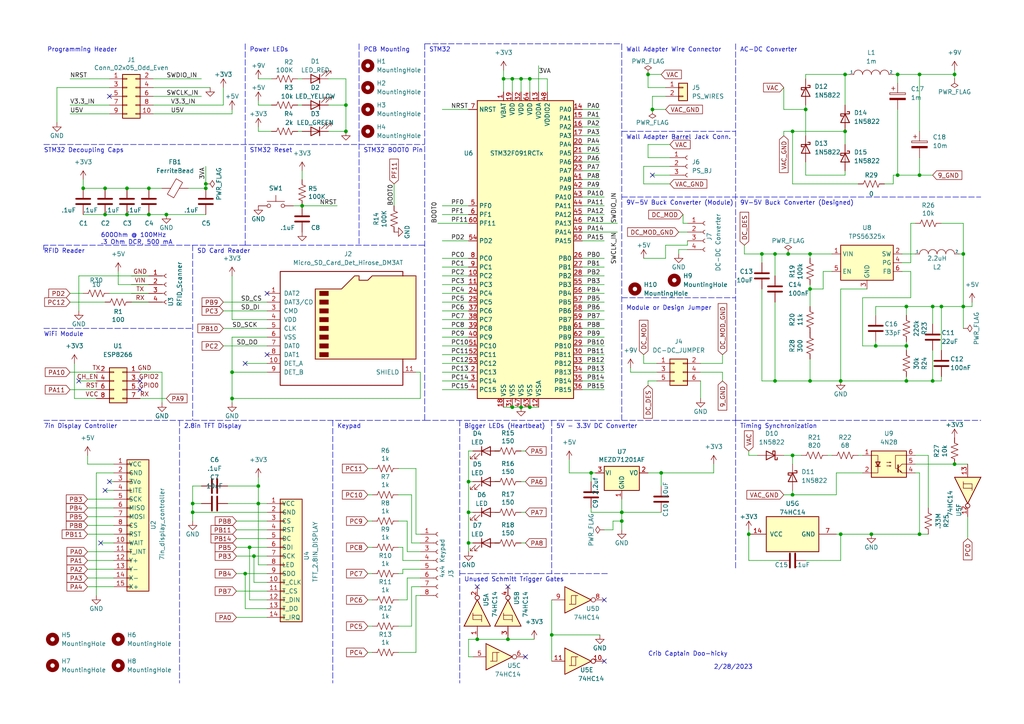
<source format=kicad_sch>
(kicad_sch (version 20211123) (generator eeschema)
  (paper "A4")
  (lib_symbols
    (symbol "74xx:74HC14" (pin_names (offset 1.016))
      (property "Reference" "U" (at 0 1.27 0))
      (property "Value" "74HC14" (at 0 -1.27 0))
      (symbol "74HC14_1_0"
        (pin input line (at -7.62 0 0) (length 3.81) (name "~") (number "1"))
        (pin output inverted (at 7.62 0 180) (length 3.81) (name "~") (number "2"))
      )
      (symbol "74HC14_2_0"
        (pin input line (at -7.62 0 0) (length 3.81) (name "~") (number "3"))
        (pin output inverted (at 7.62 0 180) (length 3.81) (name "~") (number "4"))
      )
      (symbol "74HC14_3_0"
        (pin input line (at -7.62 0 0) (length 3.81) (name "~") (number "5"))
        (pin output inverted (at 7.62 0 180) (length 3.81) (name "~") (number "6"))
      )
      (symbol "74HC14_4_0"
        (pin output inverted (at 7.62 0 180) (length 3.81) (name "~") (number "8"))
        (pin input line (at -7.62 0 0) (length 3.81) (name "~") (number "9"))
      )
      (symbol "74HC14_5_0"
        (pin output inverted (at 7.62 0 180) (length 3.81) (name "~") (number "10"))
        (pin input line (at -7.62 0 0) (length 3.81) (name "~") (number "11"))
      )
      (symbol "74HC14_6_0"
        (pin output inverted (at 7.62 0 180) (length 3.81) (name "~") (number "12"))
        (pin input line (at -7.62 0 0) (length 3.81) (name "~") (number "13"))
      )
      (symbol "74HC14_7_0"
        (pin power_in line (at 0 12.7 270) (length 5.08) (name "VCC") (number "14"))
        (pin power_in line (at 0 -12.7 90) (length 5.08) (name "GND") (number "7"))
      )
    )
    (symbol "Connector:Conn_01x03_Female" (pin_names (offset 1.016) hide)
      (property "Reference" "J" (at 0 5.08 0))
      (property "Value" "Conn_01x03_Female" (at 0 -5.08 0))
      (symbol "Conn_01x03_Female_1_1"
        (pin passive line (at -5.08 2.54 0) (length 3.81) (name "Pin_1") (number "1"))
        (pin passive line (at -5.08 0 0) (length 3.81) (name "Pin_2") (number "2"))
        (pin passive line (at -5.08 -2.54 0) (length 3.81) (name "Pin_3") (number "3"))
      )
    )
    (symbol "Connector:Conn_01x04_Female" (pin_names (offset 1.016) hide)
      (property "Reference" "J" (at 0 5.08 0))
      (property "Value" "Conn_01x04_Female" (at 0 -7.62 0))
      (symbol "Conn_01x04_Female_1_1"
        (pin passive line (at -5.08 2.54 0) (length 3.81) (name "Pin_1") (number "1"))
        (pin passive line (at -5.08 0 0) (length 3.81) (name "Pin_2") (number "2"))
        (pin passive line (at -5.08 -2.54 0) (length 3.81) (name "Pin_3") (number "3"))
        (pin passive line (at -5.08 -5.08 0) (length 3.81) (name "Pin_4") (number "4"))
      )
    )
    (symbol "Connector:Conn_01x08_Female" (pin_names (offset 1.016) hide)
      (property "Reference" "J" (at 0 10.16 0))
      (property "Value" "Conn_01x08_Female" (at 0 -12.7 0))
      (symbol "Conn_01x08_Female_1_1"
        (pin passive line (at -5.08 7.62 0) (length 3.81) (name "Pin_1") (number "1"))
        (pin passive line (at -5.08 5.08 0) (length 3.81) (name "Pin_2") (number "2"))
        (pin passive line (at -5.08 2.54 0) (length 3.81) (name "Pin_3") (number "3"))
        (pin passive line (at -5.08 0 0) (length 3.81) (name "Pin_4") (number "4"))
        (pin passive line (at -5.08 -2.54 0) (length 3.81) (name "Pin_5") (number "5"))
        (pin passive line (at -5.08 -5.08 0) (length 3.81) (name "Pin_6") (number "6"))
        (pin passive line (at -5.08 -7.62 0) (length 3.81) (name "Pin_7") (number "7"))
        (pin passive line (at -5.08 -10.16 0) (length 3.81) (name "Pin_8") (number "8"))
      )
    )
    (symbol "Connector:Micro_SD_Card_Det_Hirose_DM3AT" (pin_names (offset 1.016))
      (property "Reference" "J" (at -16.51 17.78 0))
      (property "Value" "Micro_SD_Card_Det_Hirose_DM3AT" (at 16.51 17.78 0))
      (symbol "Micro_SD_Card_Det_Hirose_DM3AT_1_1"
        (pin bidirectional line (at -22.86 10.16 0) (length 3.81) (name "DAT2") (number "1"))
        (pin passive line (at -22.86 -10.16 0) (length 3.81) (name "DET_A") (number "10"))
        (pin passive line (at 20.32 -12.7 180) (length 3.81) (name "SHIELD") (number "11"))
        (pin bidirectional line (at -22.86 7.62 0) (length 3.81) (name "DAT3/CD") (number "2"))
        (pin input line (at -22.86 5.08 0) (length 3.81) (name "CMD") (number "3"))
        (pin power_in line (at -22.86 2.54 0) (length 3.81) (name "VDD") (number "4"))
        (pin input line (at -22.86 0 0) (length 3.81) (name "CLK") (number "5"))
        (pin power_in line (at -22.86 -2.54 0) (length 3.81) (name "VSS") (number "6"))
        (pin bidirectional line (at -22.86 -5.08 0) (length 3.81) (name "DAT0") (number "7"))
        (pin bidirectional line (at -22.86 -7.62 0) (length 3.81) (name "DAT1") (number "8"))
        (pin passive line (at -22.86 -12.7 0) (length 3.81) (name "DET_B") (number "9"))
      )
    )
    (symbol "Connector_Generic:Conn_01x02" (pin_names (offset 1.016) hide)
      (property "Reference" "J" (at 0 2.54 0))
      (property "Value" "Conn_01x02" (at 0 -5.08 0))
      (symbol "Conn_01x02_1_1"
        (pin passive line (at -5.08 0 0) (length 3.81) (name "Pin_1") (number "1"))
        (pin passive line (at -5.08 -2.54 0) (length 3.81) (name "Pin_2") (number "2"))
      )
    )
    (symbol "Connector_Generic:Conn_02x03_Odd_Even" (pin_names (offset 1.016) hide)
      (property "Reference" "J" (at 1.27 5.08 0))
      (property "Value" "Conn_02x03_Odd_Even" (at 1.27 -5.08 0))
      (symbol "Conn_02x03_Odd_Even_1_1"
        (pin passive line (at -5.08 2.54 0) (length 3.81) (name "Pin_1") (number "1"))
        (pin passive line (at 7.62 2.54 180) (length 3.81) (name "Pin_2") (number "2"))
        (pin passive line (at -5.08 0 0) (length 3.81) (name "Pin_3") (number "3"))
        (pin passive line (at 7.62 0 180) (length 3.81) (name "Pin_4") (number "4"))
        (pin passive line (at -5.08 -2.54 0) (length 3.81) (name "Pin_5") (number "5"))
        (pin passive line (at 7.62 -2.54 180) (length 3.81) (name "Pin_6") (number "6"))
      )
    )
    (symbol "Connector_Generic:Conn_02x05_Odd_Even" (pin_names (offset 1.016) hide)
      (property "Reference" "J" (at 1.27 7.62 0))
      (property "Value" "Conn_02x05_Odd_Even" (at 1.27 -7.62 0))
      (symbol "Conn_02x05_Odd_Even_1_1"
        (pin passive line (at -5.08 5.08 0) (length 3.81) (name "Pin_1") (number "1"))
        (pin passive line (at 7.62 -5.08 180) (length 3.81) (name "Pin_10") (number "10"))
        (pin passive line (at 7.62 5.08 180) (length 3.81) (name "Pin_2") (number "2"))
        (pin passive line (at -5.08 2.54 0) (length 3.81) (name "Pin_3") (number "3"))
        (pin passive line (at 7.62 2.54 180) (length 3.81) (name "Pin_4") (number "4"))
        (pin passive line (at -5.08 0 0) (length 3.81) (name "Pin_5") (number "5"))
        (pin passive line (at 7.62 0 180) (length 3.81) (name "Pin_6") (number "6"))
        (pin passive line (at -5.08 -2.54 0) (length 3.81) (name "Pin_7") (number "7"))
        (pin passive line (at 7.62 -2.54 180) (length 3.81) (name "Pin_8") (number "8"))
        (pin passive line (at -5.08 -5.08 0) (length 3.81) (name "Pin_9") (number "9"))
      )
    )
    (symbol "Device:C" (pin_numbers hide) (pin_names (offset 0.254))
      (property "Reference" "C" (at 0.635 2.54 0))
      (property "Value" "C" (at 0.635 -2.54 0))
      (symbol "C_1_1"
        (pin passive line (at 0 3.81 270) (length 2.794) (name "~") (number "1"))
        (pin passive line (at 0 -3.81 90) (length 2.794) (name "~") (number "2"))
      )
    )
    (symbol "Device:C_Polarized" (pin_numbers hide) (pin_names (offset 0.254))
      (property "Reference" "C" (at 0.635 2.54 0))
      (property "Value" "C_Polarized" (at 0.635 -2.54 0))
      (symbol "C_Polarized_1_1"
        (pin passive line (at 0 3.81 270) (length 2.794) (name "~") (number "1"))
        (pin passive line (at 0 -3.81 90) (length 2.794) (name "~") (number "2"))
      )
    )
    (symbol "Device:D_Schottky" (pin_numbers hide) (pin_names (offset 1.016) hide)
      (property "Reference" "D" (at 0 2.54 0))
      (property "Value" "D_Schottky" (at 0 -2.54 0))
      (symbol "D_Schottky_1_1"
        (pin passive line (at -3.81 0 0) (length 2.54) (name "K") (number "1"))
        (pin passive line (at 3.81 0 180) (length 2.54) (name "A") (number "2"))
      )
    )
    (symbol "Device:FerriteBead" (pin_numbers hide) (pin_names (offset 0))
      (property "Reference" "FB" (at -3.81 0.635 90))
      (property "Value" "FerriteBead" (at 3.81 0 90))
      (symbol "FerriteBead_1_1"
        (pin passive line (at 0 3.81 270) (length 2.54) (name "~") (number "1"))
        (pin passive line (at 0 -3.81 90) (length 2.54) (name "~") (number "2"))
      )
    )
    (symbol "Device:LED" (pin_numbers hide) (pin_names (offset 1.016) hide)
      (property "Reference" "D" (at 0 2.54 0))
      (property "Value" "LED" (at 0 -2.54 0))
      (symbol "LED_1_1"
        (pin passive line (at -3.81 0 0) (length 2.54) (name "K") (number "1"))
        (pin passive line (at 3.81 0 180) (length 2.54) (name "A") (number "2"))
      )
    )
    (symbol "Device:R_US" (pin_numbers hide) (pin_names (offset 0))
      (property "Reference" "R" (at 2.54 0 90))
      (property "Value" "R_US" (at -2.54 0 90))
      (symbol "R_US_1_1"
        (pin passive line (at 0 3.81 270) (length 1.27) (name "~") (number "1"))
        (pin passive line (at 0 -3.81 90) (length 1.27) (name "~") (number "2"))
      )
    )
    (symbol "Isolator:4N28" (pin_names (offset 1.016))
      (property "Reference" "U" (at -5.08 5.08 0))
      (property "Value" "4N28" (at 0 5.08 0))
      (symbol "4N28_1_1"
        (pin passive line (at -7.62 2.54 0) (length 2.54) (name "~") (number "1"))
        (pin passive line (at -7.62 -2.54 0) (length 2.54) (name "~") (number "2"))
        (pin no_connect line (at -5.08 0 0) (length 2.54) hide (name "NC") (number "3"))
        (pin passive line (at 7.62 -2.54 180) (length 2.54) (name "~") (number "4"))
        (pin passive line (at 7.62 0 180) (length 2.54) (name "~") (number "5"))
        (pin passive line (at 7.62 2.54 180) (length 2.54) (name "~") (number "6"))
      )
    )
    (symbol "MCU_ST_STM32F0:STM32F091RCTx"
      (property "Reference" "U" (at -15.24 44.45 0))
      (property "Value" "STM32F091RCTx" (at 7.62 44.45 0))
      (symbol "STM32F091RCTx_1_1"
        (pin power_in line (at -7.62 45.72 270) (length 2.54) (name "VBAT") (number "1"))
        (pin bidirectional line (at -17.78 -7.62 0) (length 2.54) (name "PC2") (number "10"))
        (pin bidirectional line (at -17.78 -10.16 0) (length 2.54) (name "PC3") (number "11"))
        (pin power_in line (at 2.54 -45.72 90) (length 2.54) (name "VSSA") (number "12"))
        (pin power_in line (at 2.54 45.72 270) (length 2.54) (name "VDDA") (number "13"))
        (pin bidirectional line (at 15.24 40.64 180) (length 2.54) (name "PA0") (number "14"))
        (pin bidirectional line (at 15.24 38.1 180) (length 2.54) (name "PA1") (number "15"))
        (pin bidirectional line (at 15.24 35.56 180) (length 2.54) (name "PA2") (number "16"))
        (pin bidirectional line (at 15.24 33.02 180) (length 2.54) (name "PA3") (number "17"))
        (pin power_in line (at -7.62 -45.72 90) (length 2.54) (name "VSS") (number "18"))
        (pin power_in line (at -5.08 45.72 270) (length 2.54) (name "VDD") (number "19"))
        (pin bidirectional line (at -17.78 -35.56 0) (length 2.54) (name "PC13") (number "2"))
        (pin bidirectional line (at 15.24 30.48 180) (length 2.54) (name "PA4") (number "20"))
        (pin bidirectional line (at 15.24 27.94 180) (length 2.54) (name "PA5") (number "21"))
        (pin bidirectional line (at 15.24 25.4 180) (length 2.54) (name "PA6") (number "22"))
        (pin bidirectional line (at 15.24 22.86 180) (length 2.54) (name "PA7") (number "23"))
        (pin bidirectional line (at -17.78 -12.7 0) (length 2.54) (name "PC4") (number "24"))
        (pin bidirectional line (at -17.78 -15.24 0) (length 2.54) (name "PC5") (number "25"))
        (pin bidirectional line (at 15.24 -2.54 180) (length 2.54) (name "PB0") (number "26"))
        (pin bidirectional line (at 15.24 -5.08 180) (length 2.54) (name "PB1") (number "27"))
        (pin bidirectional line (at 15.24 -7.62 180) (length 2.54) (name "PB2") (number "28"))
        (pin bidirectional line (at 15.24 -27.94 180) (length 2.54) (name "PB10") (number "29"))
        (pin bidirectional line (at -17.78 -38.1 0) (length 2.54) (name "PC14") (number "3"))
        (pin bidirectional line (at 15.24 -30.48 180) (length 2.54) (name "PB11") (number "30"))
        (pin power_in line (at -5.08 -45.72 90) (length 2.54) (name "VSS") (number "31"))
        (pin power_in line (at -2.54 45.72 270) (length 2.54) (name "VDD") (number "32"))
        (pin bidirectional line (at 15.24 -33.02 180) (length 2.54) (name "PB12") (number "33"))
        (pin bidirectional line (at 15.24 -35.56 180) (length 2.54) (name "PB13") (number "34"))
        (pin bidirectional line (at 15.24 -38.1 180) (length 2.54) (name "PB14") (number "35"))
        (pin bidirectional line (at 15.24 -40.64 180) (length 2.54) (name "PB15") (number "36"))
        (pin bidirectional line (at -17.78 -17.78 0) (length 2.54) (name "PC6") (number "37"))
        (pin bidirectional line (at -17.78 -20.32 0) (length 2.54) (name "PC7") (number "38"))
        (pin bidirectional line (at -17.78 -22.86 0) (length 2.54) (name "PC8") (number "39"))
        (pin bidirectional line (at -17.78 -40.64 0) (length 2.54) (name "PC15") (number "4"))
        (pin bidirectional line (at -17.78 -25.4 0) (length 2.54) (name "PC9") (number "40"))
        (pin bidirectional line (at 15.24 20.32 180) (length 2.54) (name "PA8") (number "41"))
        (pin bidirectional line (at 15.24 17.78 180) (length 2.54) (name "PA9") (number "42"))
        (pin bidirectional line (at 15.24 15.24 180) (length 2.54) (name "PA10") (number "43"))
        (pin bidirectional line (at 15.24 12.7 180) (length 2.54) (name "PA11") (number "44"))
        (pin bidirectional line (at 15.24 10.16 180) (length 2.54) (name "PA12") (number "45"))
        (pin bidirectional line (at 15.24 7.62 180) (length 2.54) (name "PA13") (number "46"))
        (pin power_in line (at -2.54 -45.72 90) (length 2.54) (name "VSS") (number "47"))
        (pin power_in line (at 5.08 45.72 270) (length 2.54) (name "VDDIO2") (number "48"))
        (pin bidirectional line (at 15.24 5.08 180) (length 2.54) (name "PA14") (number "49"))
        (pin input line (at -17.78 12.7 0) (length 2.54) (name "PF0") (number "5"))
        (pin bidirectional line (at 15.24 2.54 180) (length 2.54) (name "PA15") (number "50"))
        (pin bidirectional line (at -17.78 -27.94 0) (length 2.54) (name "PC10") (number "51"))
        (pin bidirectional line (at -17.78 -30.48 0) (length 2.54) (name "PC11") (number "52"))
        (pin bidirectional line (at -17.78 -33.02 0) (length 2.54) (name "PC12") (number "53"))
        (pin bidirectional line (at -17.78 2.54 0) (length 2.54) (name "PD2") (number "54"))
        (pin bidirectional line (at 15.24 -10.16 180) (length 2.54) (name "PB3") (number "55"))
        (pin bidirectional line (at 15.24 -12.7 180) (length 2.54) (name "PB4") (number "56"))
        (pin bidirectional line (at 15.24 -15.24 180) (length 2.54) (name "PB5") (number "57"))
        (pin bidirectional line (at 15.24 -17.78 180) (length 2.54) (name "PB6") (number "58"))
        (pin bidirectional line (at 15.24 -20.32 180) (length 2.54) (name "PB7") (number "59"))
        (pin input line (at -17.78 10.16 0) (length 2.54) (name "PF1") (number "6"))
        (pin bidirectional line (at -17.78 7.62 0) (length 2.54) (name "PF11") (number "60"))
        (pin bidirectional line (at 15.24 -22.86 180) (length 2.54) (name "PB8") (number "61"))
        (pin bidirectional line (at 15.24 -25.4 180) (length 2.54) (name "PB9") (number "62"))
        (pin power_in line (at 0 -45.72 90) (length 2.54) (name "VSS") (number "63"))
        (pin power_in line (at 0 45.72 270) (length 2.54) (name "VDD") (number "64"))
        (pin input line (at -17.78 40.64 0) (length 2.54) (name "NRST") (number "7"))
        (pin bidirectional line (at -17.78 -2.54 0) (length 2.54) (name "PC0") (number "8"))
        (pin bidirectional line (at -17.78 -5.08 0) (length 2.54) (name "PC1") (number "9"))
      )
    )
    (symbol "Mechanical:MountingHole" (pin_names (offset 1.016))
      (property "Reference" "H" (at 0 5.08 0))
      (property "Value" "MountingHole" (at 0 3.175 0))
    )
    (symbol "Regulator_Linear:LD1117S33TR_SOT223" (pin_names (offset 0.254))
      (property "Reference" "U" (at -3.81 3.175 0))
      (property "Value" "LD1117S33TR_SOT223" (at 0 3.175 0))
      (symbol "LD1117S33TR_SOT223_1_1"
        (pin power_in line (at 0 -7.62 90) (length 2.54) (name "GND") (number "1"))
        (pin power_out line (at 7.62 0 180) (length 2.54) (name "VO") (number "2"))
        (pin power_in line (at -7.62 0 0) (length 2.54) (name "VI") (number "3"))
      )
    )
    (symbol "Switch:SW_Push" (pin_numbers hide) (pin_names (offset 1.016) hide)
      (property "Reference" "SW" (at 1.27 2.54 0))
      (property "Value" "SW_Push" (at 0 -1.524 0))
      (symbol "SW_Push_0_1"
        (pin passive line (at -5.08 0 0) (length 2.54) (name "1") (number "1"))
        (pin passive line (at 5.08 0 180) (length 2.54) (name "2") (number "2"))
      )
    )
    (symbol "created_schematics:7in_display_controller"
      (property "Reference" "U" (at 11.43 -8.89 90))
      (property "Value" "7in_display_controller" (at 13.97 -1.27 90))
      (symbol "7in_display_controller_1_1"
        (pin passive line (at -1.27 20.32 0) (length 3.81) (name "VCC") (number "1"))
        (pin passive line (at -1.27 -2.54 0) (length 3.81) (name "WAIT") (number "10"))
        (pin passive line (at -1.27 -5.08 0) (length 3.81) (name "T_INT") (number "11"))
        (pin passive line (at -1.27 -7.62 0) (length 3.81) (name "Y+") (number "12"))
        (pin passive line (at -1.27 -10.16 0) (length 3.81) (name "Y-") (number "13"))
        (pin passive line (at -1.27 -12.7 0) (length 3.81) (name "X-") (number "14"))
        (pin passive line (at -1.27 -15.24 0) (length 3.81) (name "X+") (number "15"))
        (pin passive line (at -1.27 17.78 0) (length 3.81) (name "GND") (number "2"))
        (pin passive line (at -1.27 15.24 0) (length 3.81) (name "3Vo") (number "3"))
        (pin passive line (at -1.27 12.7 0) (length 3.81) (name "LITE") (number "4"))
        (pin passive line (at -1.27 10.16 0) (length 3.81) (name "SCK") (number "5"))
        (pin passive line (at -1.27 7.62 0) (length 3.81) (name "MISO") (number "6"))
        (pin passive line (at -1.27 5.08 0) (length 3.81) (name "MOSI") (number "7"))
        (pin passive line (at -1.27 2.54 0) (length 3.81) (name "CS") (number "8"))
        (pin passive line (at -1.27 0 0) (length 3.81) (name "RST") (number "9"))
      )
    )
    (symbol "created_schematics:ESP8266"
      (property "Reference" "U" (at 0 8.89 0))
      (property "Value" "ESP8266" (at 0 6.35 0))
      (symbol "ESP8266_0_0"
        (text "CH_EN" (at 8.89 2.54 0) (effects (font (size 1.27 1.27))))
        (text "GND" (at -7.62 5.08 0) (effects (font (size 1.27 1.27))))
        (text "GPIO0" (at -8.89 0 0) (effects (font (size 1.27 1.27))))
        (text "GPIO2" (at -8.89 2.54 0) (effects (font (size 1.27 1.27))))
        (text "RST" (at 7.62 0 0) (effects (font (size 1.27 1.27))))
        (text "RX" (at -7.62 -2.54 0) (effects (font (size 1.27 1.27))))
        (text "TX" (at 6.35 5.08 0) (effects (font (size 1.27 1.27))))
        (text "VCC" (at 7.62 -2.54 0) (effects (font (size 1.27 1.27))))
      )
      (symbol "ESP8266_1_1"
        (pin passive line (at -6.35 3.81 0) (length 3.81) (name "") (number "1"))
        (pin passive line (at 6.35 3.81 180) (length 3.81) (name "") (number "2"))
        (pin passive line (at -6.35 1.27 0) (length 3.81) (name "") (number "3"))
        (pin passive line (at 6.35 1.27 180) (length 3.81) (name "") (number "4"))
        (pin passive line (at -6.35 -1.27 0) (length 3.81) (name "") (number "5"))
        (pin passive line (at 6.35 -1.27 180) (length 3.81) (name "") (number "6"))
        (pin passive line (at -6.35 -3.81 0) (length 3.81) (name "") (number "7"))
        (pin passive line (at 6.35 -3.81 180) (length 3.81) (name "") (number "8"))
      )
    )
    (symbol "created_schematics:RFID_Scanner"
      (property "Reference" "U" (at 1.27 -2.54 90))
      (property "Value" "RFID_Scanner" (at 3.81 0 90))
      (symbol "RFID_Scanner_0_0"
        (text "GND" (at -7.62 5.08 0) (effects (font (size 1.27 1.27))))
        (text "RX" (at -7.62 -2.54 0) (effects (font (size 1.27 1.27))))
        (text "TX" (at -7.62 0 0) (effects (font (size 1.27 1.27))))
        (text "VIN" (at -7.62 2.54 0) (effects (font (size 1.27 1.27))))
      )
      (symbol "RFID_Scanner_1_1"
        (pin passive line (at -5.08 3.81 0) (length 3.81) (name "") (number "1"))
        (pin passive line (at -5.08 1.27 0) (length 3.81) (name "") (number "2"))
        (pin passive line (at -5.08 -1.27 0) (length 3.81) (name "") (number "3"))
        (pin passive line (at -5.08 -3.81 0) (length 3.81) (name "") (number "4"))
      )
    )
    (symbol "created_schematics:TFT_2.8IN_DISPLAY"
      (property "Reference" "U" (at 7.62 0 90))
      (property "Value" "TFT_2.8IN_DISPLAY" (at 10.16 0 90))
      (symbol "TFT_2.8IN_DISPLAY_1_1"
        (pin passive line (at -3.81 16.51 0) (length 3.81) (name "VCC") (number "1"))
        (pin passive line (at -3.81 -6.35 0) (length 3.81) (name "T_CLK") (number "10"))
        (pin passive line (at -3.81 -8.89 0) (length 3.81) (name "T_CS") (number "11"))
        (pin passive line (at -3.81 -11.43 0) (length 3.81) (name "T_DIN") (number "12"))
        (pin passive line (at -3.81 -13.97 0) (length 3.81) (name "T_DO") (number "13"))
        (pin passive line (at -3.81 -16.51 0) (length 3.81) (name "T_IRQ") (number "14"))
        (pin passive line (at -3.81 13.97 0) (length 3.81) (name "GND") (number "2"))
        (pin passive line (at -3.81 11.43 0) (length 3.81) (name "CS") (number "3"))
        (pin passive line (at -3.81 8.89 0) (length 3.81) (name "RST") (number "4"))
        (pin passive line (at -3.81 6.35 0) (length 3.81) (name "DC") (number "5"))
        (pin passive line (at -3.81 3.81 0) (length 3.81) (name "SDI") (number "6"))
        (pin passive line (at -3.81 1.27 0) (length 3.81) (name "SCK") (number "7"))
        (pin passive line (at -3.81 -1.27 0) (length 3.81) (name "LED") (number "8"))
        (pin passive line (at -3.81 -3.81 0) (length 3.81) (name "SDO") (number "9"))
      )
    )
    (symbol "created_schematics:TPS56325x"
      (property "Reference" "U" (at -7.62 6.35 0))
      (property "Value" "TPS56325x" (at -2.54 6.35 0))
      (symbol "TPS56325x_1_1"
        (pin power_in line (at -10.16 2.54 0) (length 2.54) (name "VIN") (number "1"))
        (pin output line (at 10.16 2.54 180) (length 2.54) (name "SW") (number "2"))
        (pin power_in line (at 0 -7.62 90) (length 2.54) (name "GND") (number "3"))
        (pin input line (at 10.16 0 180) (length 2.54) (name "PG") (number "4"))
        (pin input line (at -10.16 -2.54 0) (length 2.54) (name "EN") (number "5"))
        (pin passive line (at 10.16 -2.54 180) (length 2.54) (name "FB") (number "6"))
      )
    )
    (symbol "power:+3.3V" (power) (pin_names (offset 0))
      (property "Value" "+3.3V" (at 0 3.556 0))
      (symbol "+3.3V_1_1"
        (pin power_in line (at 0 0 90) (length 0) hide (name "+3V3") (number "1"))
      )
    )
    (symbol "power:+5V" (power) (pin_names (offset 0))
      (property "Value" "+5V" (at 0 3.556 0))
      (symbol "+5V_1_1"
        (pin power_in line (at 0 0 90) (length 0) hide (name "+5V") (number "1"))
      )
    )
    (symbol "power:+9V" (power) (pin_names (offset 0))
      (property "Value" "+9V" (at 0 3.556 0))
      (symbol "+9V_1_1"
        (pin power_in line (at 0 0 90) (length 0) hide (name "+9V") (number "1"))
      )
    )
    (symbol "power:GND" (power) (pin_names (offset 0))
      (property "Value" "GND" (at 0 -3.81 0))
      (symbol "GND_1_1"
        (pin power_in line (at 0 0 270) (length 0) hide (name "GND") (number "1"))
      )
    )
    (symbol "power:PWR_FLAG" (power) (pin_numbers hide) (pin_names (offset 0) hide)
      (property "Value" "PWR_FLAG" (at 0 3.81 0))
      (symbol "PWR_FLAG_0_0"
        (pin power_out line (at 0 0 90) (length 0) (name "pwr") (number "1"))
      )
    )
    (symbol "pspice:INDUCTOR" (pin_numbers hide) (pin_names (offset 0))
      (property "Reference" "L" (at 0 2.54 0))
      (property "Value" "INDUCTOR" (at 0 -1.27 0))
      (symbol "INDUCTOR_1_1"
        (pin input line (at -6.35 0 0) (length 1.27) (name "1") (number "1"))
        (pin input line (at 6.35 0 180) (length 1.27) (name "2") (number "2"))
      )
    )
  )
  (junction (at 59.69 53.34))
  (junction (at 224.79 73.66))
  (junction (at 135.89 139.7))
  (junction (at 276.86 21.59))
  (junction (at 229.87 143.51))
  (junction (at 30.48 62.23))
  (junction (at 270.51 88.9))
  (junction (at 220.98 73.66))
  (junction (at 266.7 50.8))
  (junction (at 254 100.33))
  (junction (at 30.48 54.61))
  (junction (at 72.39 158.75))
  (junction (at 187.96 21.59))
  (junction (at 260.35 50.8))
  (junction (at 279.4 88.9))
  (junction (at 74.93 140.97))
  (junction (at 224.79 110.49))
  (junction (at 138.43 185.42))
  (junction (at 67.31 115.57))
  (junction (at 234.95 110.49))
  (junction (at 262.89 88.9))
  (junction (at 266.7 21.59))
  (junction (at 245.11 38.1))
  (junction (at 270.51 110.49))
  (junction (at 67.31 107.95))
  (junction (at 153.67 118.11))
  (junction (at 151.13 118.11))
  (junction (at 74.93 146.05))
  (junction (at 262.89 100.33))
  (junction (at 151.13 22.86))
  (junction (at 252.73 154.94))
  (junction (at 260.35 21.59))
  (junction (at 135.89 148.59))
  (junction (at 279.4 73.66))
  (junction (at 148.59 118.11))
  (junction (at 160.02 184.15))
  (junction (at 229.87 38.1))
  (junction (at 43.18 62.23))
  (junction (at 36.83 62.23))
  (junction (at 153.67 22.86))
  (junction (at 180.34 148.59))
  (junction (at 135.89 157.48))
  (junction (at 147.32 185.42))
  (junction (at 217.17 154.94))
  (junction (at 71.12 166.37))
  (junction (at 276.86 134.62))
  (junction (at 243.84 110.49))
  (junction (at 262.89 110.49))
  (junction (at 171.45 137.16))
  (junction (at 180.34 151.13))
  (junction (at 146.05 22.86))
  (junction (at 55.88 148.59))
  (junction (at 228.6 73.66))
  (junction (at 100.33 30.48))
  (junction (at 55.88 146.05))
  (junction (at 24.13 54.61))
  (junction (at 189.23 31.75))
  (junction (at 48.26 62.23))
  (junction (at 273.05 88.9))
  (junction (at 245.11 21.59))
  (junction (at 43.18 54.61))
  (junction (at 266.7 154.94))
  (junction (at 191.77 137.16))
  (junction (at 243.84 154.94))
  (junction (at 73.66 161.29))
  (junction (at 148.59 22.86))
  (junction (at 234.95 73.66))
  (junction (at 233.68 31.75))
  (junction (at 100.33 38.1))
  (junction (at 36.83 54.61))
  (junction (at 87.63 59.69))
  (junction (at 229.87 132.08))
  (junction (at 59.69 54.61))
  (junction (at 234.95 83.82))
  (no_connect (at 71.12 105.41))
  (no_connect (at 22.86 110.49))
  (no_connect (at 40.64 110.49))
  (no_connect (at 138.43 170.18))
  (no_connect (at 189.23 50.8))
  (no_connect (at 77.47 102.87))
  (no_connect (at 77.47 85.09))
  (no_connect (at 152.4 190.5))
  (no_connect (at 31.75 139.7))
  (no_connect (at 147.32 170.18))
  (no_connect (at 30.48 142.24))
  (no_connect (at 40.64 113.03))
  (no_connect (at 29.21 157.48))
  (no_connect (at 31.75 27.94))
  (no_connect (at 175.26 173.99))
  (no_connect (at 175.26 191.77))
  (wire (pts (xy 165.1 133.35) (xy 165.1 137.16)))
  (wire (pts (xy 135.89 110.49) (xy 128.27 110.49)))
  (wire (pts (xy 67.31 97.79) (xy 67.31 107.95)))
  (wire (pts (xy 146.05 118.11) (xy 148.59 118.11)))
  (wire (pts (xy 74.93 36.83) (xy 74.93 38.1)))
  (wire (pts (xy 120.65 189.23) (xy 120.65 172.72)))
  (wire (pts (xy 182.88 107.95) (xy 190.5 107.95)))
  (wire (pts (xy 248.92 53.34) (xy 229.87 53.34)))
  (wire (pts (xy 135.89 157.48) (xy 135.89 148.59)))
  (wire (pts (xy 25.4 132.08) (xy 25.4 134.62)))
  (polyline (pts (xy 123.19 12.7) (xy 180.34 12.7)))
  (polyline (pts (xy 213.36 12.7) (xy 213.36 121.92)))
  (polyline (pts (xy 180.34 121.92) (xy 180.34 12.7)))
  (wire (pts (xy 106.68 166.37) (xy 107.95 166.37)))
  (wire (pts (xy 203.2 107.95) (xy 209.55 107.95)))
  (polyline (pts (xy 12.7 121.92) (xy 123.19 121.92)))
  (polyline (pts (xy 12.7 95.25) (xy 55.88 95.25)))
  (wire (pts (xy 16.51 25.4) (xy 31.75 25.4)))
  (wire (pts (xy 85.09 59.69) (xy 87.63 59.69)))
  (wire (pts (xy 165.1 137.16) (xy 171.45 137.16)))
  (wire (pts (xy 44.45 22.86) (xy 58.42 22.86)))
  (wire (pts (xy 262.89 110.49) (xy 270.51 110.49)))
  (wire (pts (xy 233.68 22.86) (xy 233.68 21.59)))
  (wire (pts (xy 100.33 30.48) (xy 100.33 38.1)))
  (wire (pts (xy 135.89 80.01) (xy 128.27 80.01)))
  (wire (pts (xy 153.67 26.67) (xy 153.67 22.86)))
  (wire (pts (xy 20.32 33.02) (xy 31.75 33.02)))
  (wire (pts (xy 209.55 105.41) (xy 209.55 102.87)))
  (wire (pts (xy 67.31 92.71) (xy 77.47 92.71)))
  (wire (pts (xy 233.68 46.99) (xy 233.68 50.8)))
  (wire (pts (xy 187.96 111.76) (xy 187.96 110.49)))
  (polyline (pts (xy 213.36 121.92) (xy 213.36 165.1)))
  (wire (pts (xy 116.84 162.56) (xy 121.92 162.56)))
  (wire (pts (xy 115.57 151.13) (xy 118.11 151.13)))
  (wire (pts (xy 68.58 158.75) (xy 72.39 158.75)))
  (wire (pts (xy 135.89 105.41) (xy 128.27 105.41)))
  (wire (pts (xy 120.65 135.89) (xy 120.65 154.94)))
  (wire (pts (xy 118.11 151.13) (xy 118.11 160.02)))
  (wire (pts (xy 220.98 73.66) (xy 220.98 76.2)))
  (wire (pts (xy 36.83 62.23) (xy 43.18 62.23)))
  (wire (pts (xy 95.25 38.1) (xy 100.33 38.1)))
  (wire (pts (xy 127 64.77) (xy 135.89 64.77)))
  (wire (pts (xy 260.35 21.59) (xy 260.35 24.13)))
  (wire (pts (xy 135.89 90.17) (xy 128.27 90.17)))
  (wire (pts (xy 260.35 21.59) (xy 259.08 21.59)))
  (polyline (pts (xy 96.52 121.92) (xy 96.52 198.12)))
  (wire (pts (xy 234.95 110.49) (xy 224.79 110.49)))
  (wire (pts (xy 186.69 53.34) (xy 194.31 53.34)))
  (wire (pts (xy 224.79 73.66) (xy 228.6 73.66)))
  (wire (pts (xy 74.93 138.43) (xy 74.93 140.97)))
  (wire (pts (xy 67.31 115.57) (xy 67.31 116.84)))
  (wire (pts (xy 118.11 173.99) (xy 118.11 167.64)))
  (wire (pts (xy 144.78 157.48) (xy 143.51 157.48)))
  (wire (pts (xy 119.38 157.48) (xy 121.92 157.48)))
  (wire (pts (xy 25.4 134.62) (xy 33.02 134.62)))
  (polyline (pts (xy 180.34 57.15) (xy 284.48 57.15)))
  (wire (pts (xy 100.33 22.86) (xy 100.33 30.48)))
  (wire (pts (xy 264.16 86.36) (xy 264.16 78.74)))
  (wire (pts (xy 135.89 69.85) (xy 128.27 69.85)))
  (wire (pts (xy 135.89 77.47) (xy 128.27 77.47)))
  (wire (pts (xy 266.7 137.16) (xy 266.7 154.94)))
  (wire (pts (xy 186.69 102.87) (xy 186.69 105.41)))
  (wire (pts (xy 55.88 140.97) (xy 55.88 146.05)))
  (wire (pts (xy 265.43 134.62) (xy 276.86 134.62)))
  (polyline (pts (xy 160.02 121.92) (xy 160.02 166.37)))
  (polyline (pts (xy 104.14 12.7) (xy 104.14 39.37)))
  (wire (pts (xy 273.05 101.6) (xy 273.05 88.9)))
  (wire (pts (xy 189.23 50.8) (xy 194.31 50.8)))
  (wire (pts (xy 46.99 116.84) (xy 46.99 107.95)))
  (wire (pts (xy 58.42 140.97) (xy 55.88 140.97)))
  (wire (pts (xy 233.68 31.75) (xy 233.68 39.37)))
  (wire (pts (xy 115.57 173.99) (xy 118.11 173.99)))
  (wire (pts (xy 148.59 22.86) (xy 151.13 22.86)))
  (wire (pts (xy 264.16 78.74) (xy 261.62 78.74)))
  (wire (pts (xy 245.11 38.1) (xy 245.11 41.91)))
  (wire (pts (xy 168.91 54.61) (xy 173.99 54.61)))
  (wire (pts (xy 250.19 86.36) (xy 250.19 100.33)))
  (wire (pts (xy 34.29 78.74) (xy 34.29 82.55)))
  (wire (pts (xy 168.91 64.77) (xy 179.07 64.77)))
  (wire (pts (xy 135.89 139.7) (xy 135.89 130.81)))
  (wire (pts (xy 270.51 101.6) (xy 270.51 110.49)))
  (wire (pts (xy 59.69 53.34) (xy 59.69 54.61)))
  (wire (pts (xy 234.95 73.66) (xy 241.3 73.66)))
  (wire (pts (xy 276.86 21.59) (xy 276.86 20.32)))
  (wire (pts (xy 220.98 83.82) (xy 220.98 110.49)))
  (wire (pts (xy 135.89 139.7) (xy 137.16 139.7)))
  (wire (pts (xy 281.94 87.63) (xy 281.94 88.9)))
  (polyline (pts (xy 55.88 71.12) (xy 55.88 121.92)))
  (polyline (pts (xy 123.19 12.7) (xy 123.19 121.92)))
  (wire (pts (xy 116.84 165.1) (xy 121.92 165.1)))
  (wire (pts (xy 262.89 100.33) (xy 262.89 101.6)))
  (wire (pts (xy 67.31 31.75) (xy 67.31 33.02)))
  (wire (pts (xy 254 88.9) (xy 254 91.44)))
  (wire (pts (xy 168.91 34.29) (xy 173.99 34.29)))
  (wire (pts (xy 220.98 73.66) (xy 224.79 73.66)))
  (wire (pts (xy 54.61 54.61) (xy 59.69 54.61)))
  (wire (pts (xy 234.95 104.14) (xy 234.95 110.49)))
  (wire (pts (xy 30.48 54.61) (xy 36.83 54.61)))
  (wire (pts (xy 87.63 49.53) (xy 87.63 52.07)))
  (wire (pts (xy 215.9 73.66) (xy 220.98 73.66)))
  (wire (pts (xy 186.69 48.26) (xy 186.69 53.34)))
  (wire (pts (xy 199.39 64.77) (xy 198.12 64.77)))
  (wire (pts (xy 187.96 25.4) (xy 187.96 21.59)))
  (wire (pts (xy 209.55 107.95) (xy 209.55 110.49)))
  (wire (pts (xy 135.89 102.87) (xy 128.27 102.87)))
  (wire (pts (xy 193.04 71.12) (xy 193.04 74.93)))
  (wire (pts (xy 25.4 160.02) (xy 33.02 160.02)))
  (wire (pts (xy 245.11 50.8) (xy 245.11 49.53)))
  (wire (pts (xy 24.13 54.61) (xy 30.48 54.61)))
  (wire (pts (xy 238.76 83.82) (xy 238.76 78.74)))
  (wire (pts (xy 151.13 139.7) (xy 152.4 139.7)))
  (wire (pts (xy 25.4 170.18) (xy 33.02 170.18)))
  (wire (pts (xy 66.04 146.05) (xy 74.93 146.05)))
  (wire (pts (xy 245.11 21.59) (xy 245.11 30.48)))
  (wire (pts (xy 189.23 27.94) (xy 189.23 31.75)))
  (wire (pts (xy 168.91 92.71) (xy 175.26 92.71)))
  (wire (pts (xy 243.84 110.49) (xy 262.89 110.49)))
  (wire (pts (xy 187.96 110.49) (xy 190.5 110.49)))
  (wire (pts (xy 168.91 31.75) (xy 173.99 31.75)))
  (wire (pts (xy 217.17 154.94) (xy 217.17 162.56)))
  (wire (pts (xy 264.16 76.2) (xy 264.16 64.77)))
  (wire (pts (xy 278.13 73.66) (xy 279.4 73.66)))
  (wire (pts (xy 144.78 130.81) (xy 143.51 130.81)))
  (wire (pts (xy 55.88 148.59) (xy 77.47 148.59)))
  (wire (pts (xy 40.64 115.57) (xy 48.26 115.57)))
  (wire (pts (xy 260.35 50.8) (xy 266.7 50.8)))
  (wire (pts (xy 115.57 166.37) (xy 116.84 166.37)))
  (wire (pts (xy 254 99.06) (xy 254 100.33)))
  (wire (pts (xy 273.05 64.77) (xy 279.4 64.77)))
  (wire (pts (xy 27.94 137.16) (xy 33.02 137.16)))
  (wire (pts (xy 233.68 21.59) (xy 245.11 21.59)))
  (wire (pts (xy 168.91 90.17) (xy 175.26 90.17)))
  (wire (pts (xy 22.86 110.49) (xy 27.94 110.49)))
  (wire (pts (xy 118.11 160.02) (xy 121.92 160.02)))
  (wire (pts (xy 177.8 153.67) (xy 177.8 151.13)))
  (wire (pts (xy 86.36 38.1) (xy 87.63 38.1)))
  (wire (pts (xy 115.57 189.23) (xy 120.65 189.23)))
  (wire (pts (xy 175.26 153.67) (xy 177.8 153.67)))
  (wire (pts (xy 40.64 107.95) (xy 46.99 107.95)))
  (wire (pts (xy 191.77 137.16) (xy 207.01 137.16)))
  (wire (pts (xy 168.91 85.09) (xy 175.26 85.09)))
  (wire (pts (xy 71.12 105.41) (xy 77.47 105.41)))
  (wire (pts (xy 243.84 110.49) (xy 234.95 110.49)))
  (wire (pts (xy 171.45 137.16) (xy 171.45 139.7)))
  (wire (pts (xy 20.32 85.09) (xy 24.13 85.09)))
  (wire (pts (xy 71.12 166.37) (xy 71.12 176.53)))
  (wire (pts (xy 106.68 135.89) (xy 107.95 135.89)))
  (wire (pts (xy 260.35 50.8) (xy 259.08 50.8)))
  (wire (pts (xy 250.19 100.33) (xy 254 100.33)))
  (polyline (pts (xy 12.7 71.12) (xy 12.7 72.39)))
  (wire (pts (xy 270.51 88.9) (xy 270.51 93.98)))
  (wire (pts (xy 135.89 160.02) (xy 135.89 157.48)))
  (wire (pts (xy 73.66 168.91) (xy 77.47 168.91)))
  (wire (pts (xy 168.91 113.03) (xy 175.26 113.03)))
  (wire (pts (xy 48.26 62.23) (xy 59.69 62.23)))
  (wire (pts (xy 20.32 87.63) (xy 30.48 87.63)))
  (wire (pts (xy 74.93 140.97) (xy 74.93 146.05)))
  (wire (pts (xy 260.35 31.75) (xy 260.35 50.8)))
  (wire (pts (xy 64.77 90.17) (xy 77.47 90.17)))
  (wire (pts (xy 144.78 148.59) (xy 143.51 148.59)))
  (wire (pts (xy 262.89 109.22) (xy 262.89 110.49)))
  (wire (pts (xy 115.57 181.61) (xy 119.38 181.61)))
  (wire (pts (xy 262.89 100.33) (xy 262.89 99.06)))
  (wire (pts (xy 168.91 52.07) (xy 173.99 52.07)))
  (wire (pts (xy 87.63 59.69) (xy 97.79 59.69)))
  (wire (pts (xy 68.58 156.21) (xy 77.47 156.21)))
  (wire (pts (xy 119.38 143.51) (xy 119.38 157.48)))
  (wire (pts (xy 43.18 62.23) (xy 48.26 62.23)))
  (wire (pts (xy 229.87 143.51) (xy 229.87 142.24)))
  (wire (pts (xy 64.77 25.4) (xy 64.77 30.48)))
  (polyline (pts (xy 71.12 12.7) (xy 71.12 71.12)))
  (wire (pts (xy 30.48 142.24) (xy 33.02 142.24)))
  (wire (pts (xy 240.03 132.08) (xy 241.3 132.08)))
  (wire (pts (xy 273.05 110.49) (xy 273.05 109.22)))
  (wire (pts (xy 199.39 71.12) (xy 193.04 71.12)))
  (wire (pts (xy 265.43 132.08) (xy 269.24 132.08)))
  (wire (pts (xy 74.93 22.86) (xy 78.74 22.86)))
  (wire (pts (xy 168.91 49.53) (xy 173.99 49.53)))
  (wire (pts (xy 135.89 87.63) (xy 128.27 87.63)))
  (wire (pts (xy 135.89 157.48) (xy 137.16 157.48)))
  (wire (pts (xy 44.45 25.4) (xy 60.96 25.4)))
  (wire (pts (xy 24.13 52.07) (xy 24.13 54.61)))
  (wire (pts (xy 27.94 137.16) (xy 27.94 172.72)))
  (wire (pts (xy 279.4 64.77) (xy 279.4 73.66)))
  (wire (pts (xy 168.91 77.47) (xy 175.26 77.47)))
  (wire (pts (xy 73.66 161.29) (xy 77.47 161.29)))
  (wire (pts (xy 187.96 25.4) (xy 193.04 25.4)))
  (wire (pts (xy 120.65 154.94) (xy 121.92 154.94)))
  (wire (pts (xy 180.34 148.59) (xy 191.77 148.59)))
  (wire (pts (xy 55.88 146.05) (xy 58.42 146.05)))
  (wire (pts (xy 115.57 158.75) (xy 116.84 158.75)))
  (wire (pts (xy 135.89 82.55) (xy 128.27 82.55)))
  (wire (pts (xy 224.79 73.66) (xy 224.79 80.01)))
  (wire (pts (xy 74.93 146.05) (xy 74.93 163.83)))
  (wire (pts (xy 135.89 31.75) (xy 128.27 31.75)))
  (polyline (pts (xy 180.34 38.1) (xy 213.36 38.1)))
  (wire (pts (xy 196.85 72.39) (xy 196.85 73.66)))
  (wire (pts (xy 25.4 167.64) (xy 33.02 167.64)))
  (wire (pts (xy 20.32 113.03) (xy 27.94 113.03)))
  (wire (pts (xy 135.89 113.03) (xy 128.27 113.03)))
  (polyline (pts (xy 71.12 71.12) (xy 123.19 71.12)))
  (wire (pts (xy 227.33 38.1) (xy 229.87 38.1)))
  (wire (pts (xy 135.89 130.81) (xy 137.16 130.81)))
  (wire (pts (xy 262.89 91.44) (xy 262.89 88.9)))
  (wire (pts (xy 193.04 27.94) (xy 189.23 27.94)))
  (wire (pts (xy 187.96 45.72) (xy 194.31 45.72)))
  (wire (pts (xy 106.68 189.23) (xy 107.95 189.23)))
  (wire (pts (xy 151.13 157.48) (xy 152.4 157.48)))
  (wire (pts (xy 120.65 172.72) (xy 121.92 172.72)))
  (wire (pts (xy 270.51 88.9) (xy 273.05 88.9)))
  (wire (pts (xy 135.89 62.23) (xy 128.27 62.23)))
  (wire (pts (xy 229.87 143.51) (xy 242.57 143.51)))
  (wire (pts (xy 251.46 83.82) (xy 243.84 83.82)))
  (wire (pts (xy 217.17 132.08) (xy 219.71 132.08)))
  (wire (pts (xy 44.45 30.48) (xy 64.77 30.48)))
  (wire (pts (xy 43.18 54.61) (xy 46.99 54.61)))
  (wire (pts (xy 233.68 50.8) (xy 245.11 50.8)))
  (wire (pts (xy 151.13 118.11) (xy 153.67 118.11)))
  (wire (pts (xy 252.73 154.94) (xy 266.7 154.94)))
  (wire (pts (xy 22.86 80.01) (xy 43.18 80.01)))
  (wire (pts (xy 119.38 181.61) (xy 119.38 170.18)))
  (wire (pts (xy 20.32 107.95) (xy 27.94 107.95)))
  (wire (pts (xy 135.89 148.59) (xy 135.89 139.7)))
  (wire (pts (xy 160.02 184.15) (xy 160.02 191.77)))
  (wire (pts (xy 135.89 185.42) (xy 138.43 185.42)))
  (wire (pts (xy 146.05 26.67) (xy 146.05 22.86)))
  (polyline (pts (xy 133.35 166.37) (xy 176.53 166.37)))
  (wire (pts (xy 270.51 110.49) (xy 273.05 110.49)))
  (wire (pts (xy 72.39 173.99) (xy 77.47 173.99)))
  (wire (pts (xy 243.84 162.56) (xy 243.84 154.94)))
  (wire (pts (xy 260.35 21.59) (xy 266.7 21.59)))
  (wire (pts (xy 95.25 30.48) (xy 100.33 30.48)))
  (wire (pts (xy 227.33 132.08) (xy 229.87 132.08)))
  (wire (pts (xy 68.58 161.29) (xy 73.66 161.29)))
  (wire (pts (xy 68.58 153.67) (xy 77.47 153.67)))
  (wire (pts (xy 86.36 30.48) (xy 87.63 30.48)))
  (wire (pts (xy 171.45 148.59) (xy 180.34 148.59)))
  (wire (pts (xy 199.39 72.39) (xy 196.85 72.39)))
  (wire (pts (xy 273.05 88.9) (xy 279.4 88.9)))
  (wire (pts (xy 266.7 50.8) (xy 270.51 50.8)))
  (wire (pts (xy 25.4 154.94) (xy 33.02 154.94)))
  (wire (pts (xy 148.59 26.67) (xy 148.59 22.86)))
  (wire (pts (xy 106.68 143.51) (xy 107.95 143.51)))
  (wire (pts (xy 266.7 50.8) (xy 266.7 45.72)))
  (wire (pts (xy 115.57 135.89) (xy 120.65 135.89)))
  (wire (pts (xy 227.33 25.4) (xy 227.33 31.75)))
  (wire (pts (xy 68.58 171.45) (xy 77.47 171.45)))
  (wire (pts (xy 36.83 54.61) (xy 43.18 54.61)))
  (wire (pts (xy 114.3 59.69) (xy 114.3 53.34)))
  (wire (pts (xy 135.89 85.09) (xy 128.27 85.09)))
  (wire (pts (xy 168.91 44.45) (xy 173.99 44.45)))
  (wire (pts (xy 151.13 130.81) (xy 152.4 130.81)))
  (wire (pts (xy 234.95 82.55) (xy 234.95 83.82)))
  (wire (pts (xy 180.34 151.13) (xy 180.34 153.67)))
  (wire (pts (xy 31.75 22.86) (xy 20.32 22.86)))
  (wire (pts (xy 217.17 130.81) (xy 217.17 132.08)))
  (wire (pts (xy 116.84 166.37) (xy 116.84 165.1)))
  (wire (pts (xy 55.88 146.05) (xy 55.88 148.59)))
  (polyline (pts (xy 12.7 71.12) (xy 12.7 72.39)))
  (wire (pts (xy 243.84 83.82) (xy 243.84 110.49)))
  (wire (pts (xy 34.29 82.55) (xy 43.18 82.55)))
  (wire (pts (xy 121.92 115.57) (xy 67.31 115.57)))
  (wire (pts (xy 153.67 118.11) (xy 156.21 118.11)))
  (wire (pts (xy 71.12 176.53) (xy 77.47 176.53)))
  (wire (pts (xy 31.75 139.7) (xy 33.02 139.7)))
  (wire (pts (xy 135.89 59.69) (xy 128.27 59.69)))
  (wire (pts (xy 261.62 73.66) (xy 265.43 73.66)))
  (wire (pts (xy 120.65 107.95) (xy 121.92 107.95)))
  (wire (pts (xy 259.08 53.34) (xy 256.54 53.34)))
  (wire (pts (xy 146.05 22.86) (xy 148.59 22.86)))
  (wire (pts (xy 269.24 132.08) (xy 269.24 147.32)))
  (wire (pts (xy 44.45 27.94) (xy 58.42 27.94)))
  (wire (pts (xy 187.96 21.59) (xy 191.77 21.59)))
  (wire (pts (xy 74.93 30.48) (xy 78.74 30.48)))
  (wire (pts (xy 168.91 67.31) (xy 179.07 67.31)))
  (wire (pts (xy 191.77 137.16) (xy 191.77 140.97)))
  (wire (pts (xy 25.4 144.78) (xy 33.02 144.78)))
  (wire (pts (xy 106.68 173.99) (xy 107.95 173.99)))
  (wire (pts (xy 135.89 190.5) (xy 137.16 190.5)))
  (wire (pts (xy 68.58 166.37) (xy 71.12 166.37)))
  (wire (pts (xy 199.39 71.12) (xy 199.39 69.85)))
  (wire (pts (xy 233.68 162.56) (xy 243.84 162.56)))
  (wire (pts (xy 266.7 38.1) (xy 266.7 21.59)))
  (wire (pts (xy 29.21 157.48) (xy 33.02 157.48)))
  (wire (pts (xy 227.33 31.75) (xy 233.68 31.75)))
  (wire (pts (xy 224.79 87.63) (xy 224.79 110.49)))
  (wire (pts (xy 264.16 64.77) (xy 265.43 64.77)))
  (wire (pts (xy 68.58 179.07) (xy 77.47 179.07)))
  (wire (pts (xy 233.68 31.75) (xy 233.68 30.48)))
  (wire (pts (xy 186.69 105.41) (xy 190.5 105.41)))
  (wire (pts (xy 72.39 158.75) (xy 72.39 173.99)))
  (wire (pts (xy 243.84 154.94) (xy 252.73 154.94)))
  (wire (pts (xy 116.84 158.75) (xy 116.84 162.56)))
  (wire (pts (xy 135.89 185.42) (xy 135.89 190.5)))
  (wire (pts (xy 254 100.33) (xy 262.89 100.33)))
  (wire (pts (xy 187.96 41.91) (xy 187.96 45.72)))
  (wire (pts (xy 16.51 25.4) (xy 16.51 35.56)))
  (wire (pts (xy 238.76 78.74) (xy 241.3 78.74)))
  (wire (pts (xy 67.31 107.95) (xy 77.47 107.95)))
  (wire (pts (xy 22.86 90.17) (xy 22.86 80.01)))
  (wire (pts (xy 276.86 21.59) (xy 276.86 22.86)))
  (wire (pts (xy 266.7 21.59) (xy 276.86 21.59)))
  (wire (pts (xy 229.87 38.1) (xy 245.11 38.1)))
  (wire (pts (xy 31.75 85.09) (xy 43.18 85.09)))
  (wire (pts (xy 242.57 137.16) (xy 250.19 137.16)))
  (wire (pts (xy 229.87 134.62) (xy 229.87 132.08)))
  (wire (pts (xy 128.27 107.95) (xy 135.89 107.95)))
  (wire (pts (xy 168.91 95.25) (xy 175.26 95.25)))
  (wire (pts (xy 74.93 163.83) (xy 77.47 163.83)))
  (wire (pts (xy 182.88 107.95) (xy 182.88 106.68)))
  (wire (pts (xy 168.91 102.87) (xy 175.26 102.87)))
  (wire (pts (xy 106.68 151.13) (xy 107.95 151.13)))
  (polyline (pts (xy 52.07 121.92) (xy 52.07 198.12)))
  (wire (pts (xy 138.43 185.42) (xy 147.32 185.42)))
  (wire (pts (xy 67.31 97.79) (xy 77.47 97.79)))
  (wire (pts (xy 180.34 144.78) (xy 180.34 148.59)))
  (wire (pts (xy 280.67 149.86) (xy 280.67 156.21)))
  (wire (pts (xy 168.91 74.93) (xy 175.26 74.93)))
  (wire (pts (xy 151.13 26.67) (xy 151.13 22.86)))
  (wire (pts (xy 118.11 167.64) (xy 121.92 167.64)))
  (wire (pts (xy 196.85 67.31) (xy 199.39 67.31)))
  (wire (pts (xy 160.02 184.15) (xy 173.99 184.15)))
  (wire (pts (xy 25.4 152.4) (xy 33.02 152.4)))
  (wire (pts (xy 119.38 170.18) (xy 121.92 170.18)))
  (wire (pts (xy 156.21 26.67) (xy 156.21 19.05)))
  (wire (pts (xy 254 88.9) (xy 262.89 88.9)))
  (wire (pts (xy 115.57 143.51) (xy 119.38 143.51)))
  (wire (pts (xy 203.2 105.41) (xy 209.55 105.41)))
  (polyline (pts (xy 71.12 71.12) (xy 12.7 71.12)))
  (wire (pts (xy 30.48 62.23) (xy 36.83 62.23)))
  (wire (pts (xy 259.08 50.8) (xy 259.08 53.34)))
  (wire (pts (xy 229.87 53.34) (xy 229.87 38.1)))
  (wire (pts (xy 151.13 148.59) (xy 152.4 148.59)))
  (wire (pts (xy 64.77 95.25) (xy 77.47 95.25)))
  (wire (pts (xy 64.77 100.33) (xy 77.47 100.33)))
  (wire (pts (xy 198.12 64.77) (xy 198.12 62.23)))
  (wire (pts (xy 279.4 73.66) (xy 279.4 88.9)))
  (wire (pts (xy 276.86 134.62) (xy 280.67 134.62)))
  (wire (pts (xy 168.91 110.49) (xy 175.26 110.49)))
  (wire (pts (xy 168.91 82.55) (xy 175.26 82.55)))
  (wire (pts (xy 220.98 110.49) (xy 224.79 110.49)))
  (wire (pts (xy 168.91 39.37) (xy 173.99 39.37)))
  (wire (pts (xy 135.89 92.71) (xy 128.27 92.71)))
  (wire (pts (xy 106.68 181.61) (xy 107.95 181.61)))
  (wire (pts (xy 74.93 29.21) (xy 74.93 30.48)))
  (wire (pts (xy 242.57 143.51) (xy 242.57 137.16)))
  (polyline (pts (xy 104.14 39.37) (xy 104.14 71.12)))
  (wire (pts (xy 95.25 22.86) (xy 100.33 22.86)))
  (wire (pts (xy 229.87 132.08) (xy 232.41 132.08)))
  (wire (pts (xy 168.91 57.15) (xy 175.26 57.15)))
  (polyline (pts (xy 180.34 121.92) (xy 213.36 121.92)))
  (wire (pts (xy 74.93 146.05) (xy 77.47 146.05)))
  (wire (pts (xy 68.58 151.13) (xy 77.47 151.13)))
  (wire (pts (xy 234.95 83.82) (xy 234.95 88.9)))
  (wire (pts (xy 234.95 73.66) (xy 234.95 74.93)))
  (wire (pts (xy 25.4 149.86) (xy 33.02 149.86)))
  (polyline (pts (xy 12.7 41.91) (xy 123.19 41.91)))
  (wire (pts (xy 135.89 74.93) (xy 128.27 74.93)))
  (wire (pts (xy 151.13 22.86) (xy 153.67 22.86)))
  (wire (pts (xy 250.19 86.36) (xy 264.16 86.36)))
  (wire (pts (xy 217.17 162.56) (xy 226.06 162.56)))
  (wire (pts (xy 147.32 185.42) (xy 154.94 185.42)))
  (wire (pts (xy 160.02 173.99) (xy 160.02 184.15)))
  (wire (pts (xy 262.89 88.9) (xy 270.51 88.9)))
  (wire (pts (xy 21.59 115.57) (xy 21.59 105.41)))
  (polyline (pts (xy 123.19 121.92) (xy 180.34 121.92)))
  (polyline (pts (xy 213.36 121.92) (xy 284.48 121.92)))
  (wire (pts (xy 168.91 97.79) (xy 175.26 97.79)))
  (wire (pts (xy 227.33 143.51) (xy 229.87 143.51)))
  (wire (pts (xy 227.33 39.37) (xy 227.33 38.1)))
  (wire (pts (xy 146.05 20.32) (xy 146.05 22.86)))
  (wire (pts (xy 168.91 105.41) (xy 175.26 105.41)))
  (wire (pts (xy 73.66 161.29) (xy 73.66 168.91)))
  (wire (pts (xy 74.93 38.1) (xy 78.74 38.1)))
  (wire (pts (xy 135.89 97.79) (xy 128.27 97.79)))
  (wire (pts (xy 72.39 158.75) (xy 77.47 158.75)))
  (wire (pts (xy 207.01 134.62) (xy 207.01 137.16)))
  (wire (pts (xy 135.89 148.59) (xy 137.16 148.59)))
  (wire (pts (xy 189.23 31.75) (xy 193.04 31.75)))
  (wire (pts (xy 168.91 87.63) (xy 175.26 87.63)))
  (wire (pts (xy 144.78 139.7) (xy 143.51 139.7)))
  (wire (pts (xy 64.77 87.63) (xy 77.47 87.63)))
  (wire (pts (xy 281.94 88.9) (xy 279.4 88.9)))
  (wire (pts (xy 38.1 87.63) (xy 43.18 87.63)))
  (wire (pts (xy 25.4 147.32) (xy 33.02 147.32)))
  (wire (pts (xy 217.17 154.94) (xy 217.17 153.67)))
  (wire (pts (xy 135.89 95.25) (xy 128.27 95.25)))
  (wire (pts (xy 148.59 118.11) (xy 151.13 118.11)))
  (wire (pts (xy 106.68 158.75) (xy 107.95 158.75)))
  (polyline (pts (xy 133.35 121.92) (xy 133.35 198.12)))
  (wire (pts (xy 168.91 62.23) (xy 175.26 62.23)))
  (wire (pts (xy 186.69 74.93) (xy 193.04 74.93)))
  (wire (pts (xy 248.92 132.08) (xy 250.19 132.08)))
  (wire (pts (xy 25.4 165.1) (xy 33.02 165.1)))
  (wire (pts (xy 266.7 154.94) (xy 269.24 154.94)))
  (wire (pts (xy 187.96 137.16) (xy 191.77 137.16)))
  (wire (pts (xy 153.67 22.86) (xy 158.75 22.86)))
  (wire (pts (xy 246.38 21.59) (xy 245.11 21.59)))
  (wire (pts (xy 31.75 30.48) (xy 20.32 30.48)))
  (wire (pts (xy 234.95 83.82) (xy 238.76 83.82)))
  (wire (pts (xy 168.91 46.99) (xy 173.99 46.99)))
  (wire (pts (xy 243.84 154.94) (xy 242.57 154.94)))
  (wire (pts (xy 44.45 33.02) (xy 67.31 33.02)))
  (wire (pts (xy 25.4 162.56) (xy 33.02 162.56)))
  (wire (pts (xy 203.2 110.49) (xy 203.2 115.57)))
  (wire (pts (xy 86.36 22.86) (xy 87.63 22.86)))
  (wire (pts (xy 67.31 107.95) (xy 67.31 115.57)))
  (wire (pts (xy 171.45 137.16) (xy 172.72 137.16)))
  (wire (pts (xy 194.31 48.26) (xy 186.69 48.26)))
  (wire (pts (xy 135.89 100.33) (xy 128.27 100.33)))
  (wire (pts (xy 59.69 48.26) (xy 59.69 53.34)))
  (wire (pts (xy 187.96 41.91) (xy 194.31 41.91)))
  (wire (pts (xy 168.91 100.33) (xy 175.26 100.33)))
  (wire (pts (xy 265.43 137.16) (xy 266.7 137.16)))
  (wire (pts (xy 66.04 140.97) (xy 74.93 140.97)))
  (wire (pts (xy 24.13 62.23) (xy 30.48 62.23)))
  (wire (pts (xy 168.91 69.85) (xy 175.26 69.85)))
  (wire (pts (xy 177.8 151.13) (xy 180.34 151.13)))
  (wire (pts (xy 67.31 92.71) (xy 67.31 80.01)))
  (wire (pts (xy 158.75 22.86) (xy 158.75 26.67)))
  (wire (pts (xy 168.91 107.95) (xy 175.26 107.95)))
  (wire (pts (xy 168.91 80.01) (xy 175.26 80.01)))
  (wire (pts (xy 228.6 73.66) (xy 234.95 73.66)))
  (wire (pts (xy 121.92 107.95) (xy 121.92 115.57)))
  (polyline (pts (xy 180.34 86.36) (xy 213.36 86.36)))
  (wire (pts (xy 21.59 115.57) (xy 27.94 115.57)))
  (wire (pts (xy 171.45 147.32) (xy 171.45 148.59)))
  (wire (pts (xy 55.88 148.59) (xy 55.88 151.13)))
  (wire (pts (xy 168.91 41.91) (xy 173.99 41.91)))
  (wire (pts (xy 261.62 76.2) (xy 264.16 76.2)))
  (wire (pts (xy 168.91 59.69) (xy 175.26 59.69)))
  (wire (pts (xy 168.91 36.83) (xy 173.99 36.83)))
  (wire (pts (xy 71.12 166.37) (xy 77.47 166.37)))
  (wire (pts (xy 279.4 88.9) (xy 279.4 95.25)))
  (wire (pts (xy 215.9 71.12) (xy 215.9 73.66)))
  (wire (pts (xy 180.34 148.59) (xy 180.34 151.13)))
  (text "PCB Mounting" (at 105.41 15.24 0) (effects (font (size 1.27 1.27)) (justify left bottom)))
  (text "STM32 Decoupling Caps" (at 12.7 44.45 0) (effects (font (size 1.27 1.27)) (justify left bottom)))
  (text "STM32" (at 124.46 15.24 0) (effects (font (size 1.27 1.27)) (justify left bottom)))
  (text "AC-DC Converter" (at 214.63 15.24 0) (effects (font (size 1.27 1.27)) (justify left bottom)))
  (text "RFID Reader\n" (at 12.7 73.66 0) (effects (font (size 1.27 1.27)) (justify left bottom)))
  (text "2.8in TFT Display\n" (at 53.34 124.46 0) (effects (font (size 1.27 1.27)) (justify left bottom)))
  (text "7in Display Controller" (at 12.7 124.46 0) (effects (font (size 1.27 1.27)) (justify left bottom)))
  (text " Programming Header" (at 12.7 15.24 0) (effects (font (size 1.27 1.27)) (justify left bottom)))
  (text "Wall Adapter Wire Connector" (at 181.61 15.24 0) (effects (font (size 1.27 1.27)) (justify left bottom)))
  (text "STM32 BOOT0 Pin\n" (at 105.41 44.45 0) (effects (font (size 1.27 1.27)) (justify left bottom)))
  (text "Keypad" (at 97.79 124.46 0) (effects (font (size 1.27 1.27)) (justify left bottom)))
  (text "5V - 3.3V DC Converter\n" (at 161.29 124.46 0) (effects (font (size 1.27 1.27)) (justify left bottom)))
  (text "600Ohm @ 100MHz\n.3 Ohm DCR, 500 mA" (at 29.21 71.12 0) (effects (font (size 1.27 1.27)) (justify left bottom)))
  (text "Module or Design Jumper" (at 181.61 90.17 0) (effects (font (size 1.27 1.27)) (justify left bottom)))
  (text "WiFi Module\n" (at 12.7 97.79 0) (effects (font (size 1.27 1.27)) (justify left bottom)))
  (text "Power LEDs" (at 72.39 15.24 0) (effects (font (size 1.27 1.27)) (justify left bottom)))
  (text "Crib Captain Doo-hicky\n" (at 187.96 190.5 0) (effects (font (size 1.27 1.27)) (justify left bottom)))
  (text "STM32 Reset" (at 72.39 44.45 0) (effects (font (size 1.27 1.27)) (justify left bottom)))
  (text "9V-5V Buck Converter (Designed)" (at 214.63 59.69 0) (effects (font (size 1.27 1.27)) (justify left bottom)))
  (text "9V-5V Buck Converter (Module)" (at 181.61 59.69 0) (effects (font (size 1.27 1.27)) (justify left bottom)))
  (text "2/28/2023" (at 207.01 194.31 0) (effects (font (size 1.27 1.27)) (justify left bottom)))
  (text "Timing Synchronization" (at 214.63 124.46 0) (effects (font (size 1.27 1.27)) (justify left bottom)))
  (text "Wall Adapter Barrel Jack Conn." (at 181.61 40.64 0) (effects (font (size 1.27 1.27)) (justify left bottom)))
  (text "Unused Schmitt Trigger Gates" (at 134.62 168.91 0) (effects (font (size 1.27 1.27)) (justify left bottom)))
  (text "SD Card Reader" (at 57.15 73.66 0) (effects (font (size 1.27 1.27)) (justify left bottom)))
  (text "Bigger LEDs (Heartbeat)" (at 134.62 124.46 0) (effects (font (size 1.27 1.27)) (justify left bottom)))
  (label "BOOT0" (at 114.3 59.69 90))
  (label "PA2" (at 170.18 36.83 0))
  (label "3VA" (at 156.21 21.59 0))
  (label "PA6" (at 170.18 46.99 0))
  (label "PB14" (at 170.18 110.49 0))
  (label "PA1" (at 170.18 34.29 0))
  (label "SWCLK_IN" (at 179.07 67.31 270))
  (label "PC14" (at 130.81 110.49 0))
  (label "PB3" (at 170.18 82.55 0))
  (label "SD_DI" (at 69.85 90.17 0))
  (label "PA0" (at 170.18 31.75 0))
  (label "PC6" (at 130.81 90.17 0))
  (label "SD_DO" (at 68.58 100.33 0))
  (label "PB11" (at 170.18 102.87 0))
  (label "PF0" (at 130.81 59.69 0))
  (label "PB2" (at 170.18 80.01 0))
  (label "PA13" (at 170.18 64.77 0))
  (label "PC3" (at 130.81 82.55 0))
  (label "PF11" (at 130.81 64.77 0))
  (label "SWCLK_IN" (at 48.26 27.94 0))
  (label "SWDIO_IN" (at 179.07 64.77 90))
  (label "PB6" (at 170.18 90.17 0))
  (label "PB4" (at 170.18 85.09 0))
  (label "PC5" (at 130.81 87.63 0))
  (label "PC11" (at 130.81 102.87 0))
  (label "PA11" (at 170.18 59.69 0))
  (label "SWDIO_IN" (at 48.26 22.86 0))
  (label "PA15" (at 170.18 69.85 0))
  (label "BOOT0" (at 127 64.77 90))
  (label "PB10" (at 170.18 100.33 0))
  (label "U5V" (at 49.53 33.02 0))
  (label "PC0" (at 130.81 74.93 0))
  (label "PA8" (at 170.18 52.07 0))
  (label "NRST" (at 92.71 59.69 0))
  (label "PC2" (at 130.81 80.01 0))
  (label "PA9" (at 170.18 54.61 0))
  (label "SD_CS" (at 69.85 87.63 0))
  (label "PB15" (at 170.18 113.03 0))
  (label "PB13" (at 170.18 107.95 0))
  (label "PC8" (at 130.81 95.25 0))
  (label "PB1" (at 170.18 77.47 0))
  (label "PB9" (at 170.18 97.79 0))
  (label "PA7" (at 170.18 49.53 0))
  (label "PC7" (at 130.81 92.71 0))
  (label "PF1" (at 130.81 62.23 0))
  (label "3VA" (at 59.69 52.07 90))
  (label "PB12" (at 170.18 105.41 0))
  (label "PA3" (at 170.18 39.37 0))
  (label "PA4" (at 170.18 41.91 0))
  (label "PC10" (at 130.81 100.33 0))
  (label "PD2" (at 130.81 69.85 0))
  (label "V3.3_IN" (at 49.53 30.48 0))
  (label "PB8" (at 170.18 95.25 0))
  (label "V3.3_IN" (at 20.32 30.48 0))
  (label "U5V" (at 20.32 33.02 0))
  (label "PC12" (at 130.81 105.41 0))
  (label "PB7" (at 170.18 92.71 0))
  (label "PA12" (at 170.18 62.23 0))
  (label "PC4" (at 130.81 85.09 0))
  (label "NRST" (at 20.32 22.86 0))
  (label "NRST" (at 130.81 31.75 0))
  (label "PC9" (at 130.81 97.79 0))
  (label "PB0" (at 170.18 74.93 0))
  (label "SD_SCK" (at 67.31 95.25 0))
  (label "PC1" (at 130.81 77.47 0))
  (label "PC15" (at 130.81 113.03 0))
  (label "PA5" (at 170.18 44.45 0))
  (label "PC13" (at 130.81 107.95 0))
  (label "PB5" (at 170.18 87.63 0))
  (label "PA10" (at 170.18 57.15 0))
  (label "PA14" (at 170.18 67.31 0))
  (global_label "DC_MOD_GND" (shape input) (at 209.55 102.87 90) (property "Intersheet References" "${INTERSHEET_REFS}" (effects hide)))
  (global_label "PC3" (shape input) (at 64.77 90.17 180) (property "Intersheet References" "${INTERSHEET_REFS}" (effects hide)))
  (global_label "VAC" (shape input) (at 217.17 130.81 90) (property "Intersheet References" "${INTERSHEET_REFS}" (effects hide)))
  (global_label "9_GND" (shape input) (at 209.55 110.49 270) (property "Intersheet References" "${INTERSHEET_REFS}" (effects hide)))
  (global_label "PC4" (shape input) (at 106.68 189.23 180) (property "Intersheet References" "${INTERSHEET_REFS}" (effects hide)))
  (global_label "PD2" (shape input) (at 20.32 85.09 180) (property "Intersheet References" "${INTERSHEET_REFS}" (effects hide)))
  (global_label "PB11" (shape input) (at 68.58 153.67 180) (property "Intersheet References" "${INTERSHEET_REFS}" (effects hide)))
  (global_label "PC5" (shape input) (at 106.68 181.61 180) (property "Intersheet References" "${INTERSHEET_REFS}" (effects hide)))
  (global_label "PA4" (shape input) (at 25.4 170.18 180) (property "Intersheet References" "${INTERSHEET_REFS}" (effects hide)))
  (global_label "DC_MOD" (shape input) (at 198.12 62.23 180) (property "Intersheet References" "${INTERSHEET_REFS}" (effects hide)))
  (global_label "DC_DES" (shape input) (at 187.96 111.76 270) (property "Intersheet References" "${INTERSHEET_REFS}" (effects hide)))
  (global_label "PA9" (shape input) (at 48.26 115.57 0) (property "Intersheet References" "${INTERSHEET_REFS}" (effects hide)))
  (global_label "DC_MOD" (shape input) (at 186.69 102.87 90) (property "Intersheet References" "${INTERSHEET_REFS}" (effects hide)))
  (global_label "VAC_GND" (shape input) (at 194.31 53.34 0) (property "Intersheet References" "${INTERSHEET_REFS}" (effects hide)))
  (global_label "PB11" (shape input) (at 25.4 154.94 180) (property "Intersheet References" "${INTERSHEET_REFS}" (effects hide)))
  (global_label "PA3" (shape input) (at 25.4 167.64 180) (property "Intersheet References" "${INTERSHEET_REFS}" (effects hide)))
  (global_label "PB4" (shape input) (at 68.58 166.37 180) (property "Intersheet References" "${INTERSHEET_REFS}" (effects hide)))
  (global_label "PB9" (shape input) (at 64.77 87.63 180) (property "Intersheet References" "${INTERSHEET_REFS}" (effects hide)))
  (global_label "VAC_GND" (shape input) (at 227.33 143.51 180) (property "Intersheet References" "${INTERSHEET_REFS}" (effects hide)))
  (global_label "9_GND" (shape input) (at 270.51 50.8 0) (property "Intersheet References" "${INTERSHEET_REFS}" (effects hide)))
  (global_label "PA8" (shape input) (at 152.4 157.48 0) (property "Intersheet References" "${INTERSHEET_REFS}" (effects hide)))
  (global_label "PC11" (shape input) (at 106.68 135.89 180) (property "Intersheet References" "${INTERSHEET_REFS}" (effects hide)))
  (global_label "PB5" (shape input) (at 25.4 149.86 180) (property "Intersheet References" "${INTERSHEET_REFS}" (effects hide)))
  (global_label "PA1" (shape input) (at 25.4 162.56 180) (property "Intersheet References" "${INTERSHEET_REFS}" (effects hide)))
  (global_label "DC_DES" (shape input) (at 215.9 71.12 90) (property "Intersheet References" "${INTERSHEET_REFS}" (effects hide)))
  (global_label "DC_MOD_GND" (shape input) (at 196.85 67.31 180) (property "Intersheet References" "${INTERSHEET_REFS}" (effects hide)))
  (global_label "PB4" (shape input) (at 25.4 147.32 180) (property "Intersheet References" "${INTERSHEET_REFS}" (effects hide)))
  (global_label "PA6" (shape input) (at 152.4 139.7 0) (property "Intersheet References" "${INTERSHEET_REFS}" (effects hide)))
  (global_label "PB14" (shape input) (at 68.58 156.21 180) (property "Intersheet References" "${INTERSHEET_REFS}" (effects hide)))
  (global_label "PA7" (shape input) (at 152.4 148.59 0) (property "Intersheet References" "${INTERSHEET_REFS}" (effects hide)))
  (global_label "VAC" (shape input) (at 191.77 21.59 0) (property "Intersheet References" "${INTERSHEET_REFS}" (effects hide)))
  (global_label "PB3" (shape input) (at 25.4 144.78 180) (property "Intersheet References" "${INTERSHEET_REFS}" (effects hide)))
  (global_label "PF11" (shape input) (at 114.3 53.34 90) (property "Intersheet References" "${INTERSHEET_REFS}" (effects hide)))
  (global_label "PA5" (shape input) (at 152.4 130.81 0) (property "Intersheet References" "${INTERSHEET_REFS}" (effects hide)))
  (global_label "PC10" (shape input) (at 106.68 143.51 180) (property "Intersheet References" "${INTERSHEET_REFS}" (effects hide)))
  (global_label "PC9" (shape input) (at 106.68 151.13 180) (property "Intersheet References" "${INTERSHEET_REFS}" (effects hide)))
  (global_label "PA0" (shape input) (at 25.4 160.02 180) (property "Intersheet References" "${INTERSHEET_REFS}" (effects hide)))
  (global_label "PB8" (shape input) (at 25.4 152.4 180) (property "Intersheet References" "${INTERSHEET_REFS}" (effects hide)))
  (global_label "PC8" (shape input) (at 106.68 158.75 180) (property "Intersheet References" "${INTERSHEET_REFS}" (effects hide)))
  (global_label "PC0" (shape input) (at 280.67 156.21 270) (property "Intersheet References" "${INTERSHEET_REFS}" (effects hide)))
  (global_label "VAC" (shape input) (at 227.33 25.4 180) (property "Intersheet References" "${INTERSHEET_REFS}" (effects hide)))
  (global_label "PA0" (shape input) (at 68.58 179.07 180) (property "Intersheet References" "${INTERSHEET_REFS}" (effects hide)))
  (global_label "VAC" (shape input) (at 194.31 41.91 0) (property "Intersheet References" "${INTERSHEET_REFS}" (effects hide)))
  (global_label "PA2" (shape input) (at 25.4 165.1 180) (property "Intersheet References" "${INTERSHEET_REFS}" (effects hide)))
  (global_label "PB3" (shape input) (at 68.58 161.29 180) (property "Intersheet References" "${INTERSHEET_REFS}" (effects hide)))
  (global_label "VAC_GND" (shape input) (at 193.04 31.75 0) (property "Intersheet References" "${INTERSHEET_REFS}" (effects hide)))
  (global_label "PC7" (shape input) (at 106.68 166.37 180) (property "Intersheet References" "${INTERSHEET_REFS}" (effects hide)))
  (global_label "PB10" (shape input) (at 64.77 95.25 180) (property "Intersheet References" "${INTERSHEET_REFS}" (effects hide)))
  (global_label "PC12" (shape input) (at 20.32 87.63 180) (property "Intersheet References" "${INTERSHEET_REFS}" (effects hide)))
  (global_label "PC2" (shape input) (at 64.77 100.33 180) (property "Intersheet References" "${INTERSHEET_REFS}" (effects hide)))
  (global_label "VAC_GND" (shape input) (at 227.33 39.37 270) (property "Intersheet References" "${INTERSHEET_REFS}" (effects hide)))
  (global_label "PA11" (shape input) (at 20.32 113.03 180) (property "Intersheet References" "${INTERSHEET_REFS}" (effects hide)))
  (global_label "PB5" (shape input) (at 68.58 158.75 180) (property "Intersheet References" "${INTERSHEET_REFS}" (effects hide)))
  (global_label "PC6" (shape input) (at 106.68 173.99 180) (property "Intersheet References" "${INTERSHEET_REFS}" (effects hide)))
  (global_label "PA10" (shape input) (at 20.32 107.95 180) (property "Intersheet References" "${INTERSHEET_REFS}" (effects hide)))
  (global_label "PB8" (shape input) (at 68.58 151.13 180) (property "Intersheet References" "${INTERSHEET_REFS}" (effects hide)))
  (global_label "PB7" (shape input) (at 68.58 171.45 180) (property "Intersheet References" "${INTERSHEET_REFS}" (effects hide)))
  (symbol (lib_id "74xx:74HC14") (at 144.78 190.5 0) (unit 3)
    (property "Reference" "U5" (at 151.13 193.04 0) (effects (justify right)))
    (property "Value" "74HC14" (at 151.13 195.58 0) (effects (justify right)))
    (property "Footprint" "imported_footprints:SN74HC14N" (effects hide))
    (property "Datasheet" "http://www.ti.com/lit/gpn/sn74HC14" (effects hide))
  )
  (symbol (lib_id "power:GND") (at 196.85 73.66 0) (unit 1)
    (property "Reference" "#PWR032" (effects hide))
    (property "Value" "GND" (at 196.85 77.47 0))
  )
  (symbol (lib_id "power:+3.3V") (at 276.86 127 0) (unit 1)
    (property "Reference" "#PWR038" (effects hide))
    (property "Value" "+3.3V" (at 276.86 123.19 0))
  )
  (symbol (lib_id "Connector:Conn_01x03_Female") (at 199.39 48.26 0) (unit 1)
    (property "Reference" "J6" (at 200.66 46.9899 0) (effects (justify left)))
    (property "Value" "PS_BJ" (at 200.66 49.5299 0) (effects (justify left)))
    (property "Footprint" "imported_footprints:barrel_jack_adapter" (effects hide))
  )
  (symbol (lib_id "Device:R_US") (at 276.86 130.81 0) (unit 1)
    (property "Reference" "R27" (at 271.653 130.81 90))
    (property "Value" "10k" (at 273.9644 130.81 90))
    (property "Footprint" "Resistor_SMD:R_0805_2012Metric_Pad1.20x1.40mm_HandSolder" (effects hide))
  )
  (symbol (lib_id "Device:LED") (at 140.97 157.48 0) (unit 1)
    (property "Reference" "D7" (at 138.43 152.4 0))
    (property "Value" "LED" (at 138.43 154.94 0))
    (property "Footprint" "LED_THT:LED_D3.0mm" (effects hide))
  )
  (symbol (lib_id "power:+5V") (at 74.93 29.21 0) (unit 1)
    (property "Reference" "#PWR015" (effects hide))
    (property "Value" "+5V" (at 74.93 25.4 0))
  )
  (symbol (lib_id "Mechanical:MountingHole") (at 106.68 25.4 0) (unit 1)
    (property "Reference" "H2" (at 109.22 24.1299 0) (effects (justify left)))
    (property "Value" "MountingHole" (at 109.22 26.6699 0) (effects (justify left)))
    (property "Footprint" "imported_footprints:MountingHole_8.4mm" (effects hide))
  )
  (symbol (lib_id "power:GND") (at 48.26 62.23 0) (unit 1)
    (property "Reference" "#PWR08" (effects hide))
    (property "Value" "GND" (at 48.26 66.04 0))
  )
  (symbol (lib_id "created_schematics:7in_display_controller") (at 34.29 154.94 0) (unit 1)
    (property "Reference" "U2" (at 44.45 153.67 90) (effects (justify left)))
    (property "Value" "7in_display_controller" (at 46.99 162.56 90) (effects (justify left)))
    (property "Footprint" "imported_footprints:RA8875_TFT_Breakout" (effects hide))
  )
  (symbol (lib_id "Device:R_US") (at 147.32 157.48 270) (unit 1)
    (property "Reference" "R18" (at 147.32 152.273 90))
    (property "Value" "150" (at 147.32 154.5844 90))
    (property "Footprint" "Resistor_SMD:R_0805_2012Metric_Pad1.20x1.40mm_HandSolder" (effects hide))
  )
  (symbol (lib_id "Device:C") (at 24.13 58.42 0) (unit 1)
    (property "Reference" "C1" (at 22.86 64.77 0) (effects (justify left)))
    (property "Value" ".1uF" (at 17.78 60.96 0) (effects (justify left)))
    (property "Footprint" "Capacitor_SMD:C_0805_2012Metric_Pad1.18x1.45mm_HandSolder" (effects hide))
  )
  (symbol (lib_id "Device:R_US") (at 27.94 85.09 90) (unit 1)
    (property "Reference" "R30" (at 27.94 81.28 90))
    (property "Value" "10" (at 27.94 82.55 90))
    (property "Footprint" "Resistor_SMD:R_0805_2012Metric_Pad1.20x1.40mm_HandSolder" (effects hide))
  )
  (symbol (lib_id "Device:R_US") (at 252.73 53.34 90) (unit 1)
    (property "Reference" "R29" (at 252.73 50.8 90))
    (property "Value" "0" (at 252.73 56.2356 90))
    (property "Footprint" "Resistor_SMD:R_0805_2012Metric_Pad1.20x1.40mm_HandSolder" (effects hide))
  )
  (symbol (lib_id "Mechanical:MountingHole") (at 195.58 81.28 0) (unit 1)
    (property "Reference" "H9" (at 198.12 80.0099 0) (effects (justify left)))
    (property "Value" "MountingHole" (at 198.12 82.5499 0) (effects (justify left)))
    (property "Footprint" "imported_footprints:MountingHole_2.2mm" (effects hide))
  )
  (symbol (lib_id "power:GND") (at 46.99 116.84 0) (unit 1)
    (property "Reference" "#PWR09" (effects hide))
    (property "Value" "GND" (at 46.99 120.65 0))
  )
  (symbol (lib_id "Device:LED") (at 140.97 148.59 0) (unit 1)
    (property "Reference" "D6" (at 139.7 143.51 0))
    (property "Value" "LED" (at 139.7 146.05 0))
    (property "Footprint" "LED_THT:LED_D3.0mm" (effects hide))
  )
  (symbol (lib_id "74xx:74HC14") (at 138.43 177.8 90) (unit 1)
    (property "Reference" "U5" (at 140.97 173.99 0))
    (property "Value" "74HC14" (at 143.51 175.26 0))
    (property "Footprint" "imported_footprints:SN74HC14N" (effects hide))
    (property "Datasheet" "http://www.ti.com/lit/gpn/sn74HC14" (effects hide))
  )
  (symbol (lib_id "Device:R_US") (at 269.24 64.77 270) (unit 1)
    (property "Reference" "R26" (at 269.24 59.563 90))
    (property "Value" "10k" (at 269.24 61.8744 90))
    (property "Footprint" "Resistor_SMD:R_0805_2012Metric_Pad1.20x1.40mm_HandSolder" (effects hide))
  )
  (symbol (lib_id "Device:R_US") (at 262.89 105.41 180) (unit 1)
    (property "Reference" "R24" (at 268.097 105.41 90))
    (property "Value" "30k" (at 265.7856 105.41 90))
    (property "Footprint" "Resistor_SMD:R_0805_2012Metric_Pad1.20x1.40mm_HandSolder" (effects hide))
  )
  (symbol (lib_id "Device:C") (at 87.63 63.5 0) (unit 1)
    (property "Reference" "C8" (at 90.17 66.04 0) (effects (justify left)))
    (property "Value" ".1uF" (at 81.28 66.04 0) (effects (justify left)))
    (property "Footprint" "Capacitor_SMD:C_0805_2012Metric_Pad1.18x1.45mm_HandSolder" (effects hide))
  )
  (symbol (lib_id "pspice:INDUCTOR") (at 271.78 73.66 0) (unit 1)
    (property "Reference" "L2" (at 271.78 77.47 0))
    (property "Value" "2.2uH" (at 271.78 74.93 0))
    (property "Footprint" "Inductor_SMD:L_0805_2012Metric_Pad1.15x1.40mm_HandSolder" (effects hide))
  )
  (symbol (lib_id "Device:C") (at 62.23 146.05 90) (unit 1)
    (property "Reference" "C7" (at 62.23 138.43 90))
    (property "Value" "10uF" (at 62.23 140.97 90))
    (property "Footprint" "Capacitor_SMD:C_0805_2012Metric_Pad1.18x1.45mm_HandSolder" (effects hide))
  )
  (symbol (lib_id "Device:C") (at 59.69 58.42 0) (unit 1)
    (property "Reference" "C5" (at 58.42 64.77 0) (effects (justify left)))
    (property "Value" ".1uF" (at 53.34 60.96 0) (effects (justify left)))
    (property "Footprint" "Capacitor_SMD:C_0805_2012Metric_Pad1.18x1.45mm_HandSolder" (effects hide))
  )
  (symbol (lib_id "Device:R_US") (at 82.55 30.48 90) (unit 1)
    (property "Reference" "R3" (at 85.09 25.4 90) (effects (justify left)))
    (property "Value" "10k" (at 85.09 27.94 90) (effects (justify left)))
    (property "Footprint" "Resistor_SMD:R_0805_2012Metric_Pad1.20x1.40mm_HandSolder" (effects hide))
  )
  (symbol (lib_id "power:+5V") (at 25.4 132.08 0) (unit 1)
    (property "Reference" "#PWR0103" (effects hide))
    (property "Value" "+5V" (at 25.4 127 0))
  )
  (symbol (lib_id "power:+5V") (at 67.31 31.75 0) (unit 1)
    (property "Reference" "#PWR0102" (effects hide))
    (property "Value" "+5V" (at 67.31 27.94 0))
  )
  (symbol (lib_id "created_schematics:ESP8266") (at 34.29 111.76 0) (mirror y) (unit 1)
    (property "Reference" "U1" (at 34.1993 100.33 0))
    (property "Value" "ESP8266" (at 34.1993 102.87 0))
    (property "Footprint" "imported_footprints:XCVR_ESP8266-01_ESP-01" (effects hide))
  )
  (symbol (lib_id "Device:R_US") (at 111.76 151.13 270) (unit 1)
    (property "Reference" "R8" (at 111.76 145.923 90))
    (property "Value" "1k" (at 111.76 148.2344 90))
    (property "Footprint" "Resistor_SMD:R_0805_2012Metric_Pad1.20x1.40mm_HandSolder" (effects hide))
  )
  (symbol (lib_id "Device:C") (at 191.77 144.78 180) (unit 1)
    (property "Reference" "C10" (at 193.04 146.05 90) (effects (justify left)))
    (property "Value" "10uF" (at 193.04 139.7 90) (effects (justify left)))
    (property "Footprint" "Capacitor_SMD:C_0805_2012Metric_Pad1.18x1.45mm_HandSolder" (effects hide))
    (property "Datasheet" "https://datasheet.lcsc.com/szlcsc/Samsung-Electro-Mechanics-CL21C101JBANNNC_C1790.pdf" (effects hide))
  )
  (symbol (lib_id "Device:R_US") (at 111.76 158.75 270) (unit 1)
    (property "Reference" "R9" (at 111.76 153.543 90))
    (property "Value" "1k" (at 111.76 155.8544 90))
    (property "Footprint" "Resistor_SMD:R_0805_2012Metric_Pad1.20x1.40mm_HandSolder" (effects hide))
  )
  (symbol (lib_id "Device:C") (at 43.18 58.42 0) (unit 1)
    (property "Reference" "C4" (at 41.91 64.77 0) (effects (justify left)))
    (property "Value" ".1uF" (at 36.83 60.96 0) (effects (justify left)))
    (property "Footprint" "Capacitor_SMD:C_0805_2012Metric_Pad1.18x1.45mm_HandSolder" (effects hide))
  )
  (symbol (lib_id "power:GND") (at 100.33 38.1 0) (unit 1)
    (property "Reference" "#PWR021" (effects hide))
    (property "Value" "GND" (effects hide))
  )
  (symbol (lib_id "power:+3.3V") (at 74.93 138.43 0) (unit 1)
    (property "Reference" "#PWR018" (effects hide))
    (property "Value" "+3.3V" (at 74.93 133.35 0))
  )
  (symbol (lib_id "Regulator_Linear:LD1117S33TR_SOT223") (at 180.34 137.16 0) (unit 1)
    (property "Reference" "U7" (at 180.34 131.0132 0))
    (property "Value" "MEZD71201AF" (at 180.34 133.3246 0))
    (property "Footprint" "imported_footprints:5-3.3_buck_converter" (effects hide))
    (property "Datasheet" "http://www.st.com/st-web-ui/static/active/en/resource/technical/document/datasheet/CD00000544.pdf" (effects hide))
  )
  (symbol (lib_id "power:GND") (at 87.63 67.31 0) (unit 1)
    (property "Reference" "#PWR020" (effects hide))
    (property "Value" "GND" (effects hide))
  )
  (symbol (lib_id "Mechanical:MountingHole") (at 15.24 185.42 0) (unit 1)
    (property "Reference" "H5" (at 17.78 184.1499 0) (effects (justify left)))
    (property "Value" "MountingHole" (at 17.78 186.6899 0) (effects (justify left)))
    (property "Footprint" "imported_footprints:MountingHole_2.2mm" (effects hide))
  )
  (symbol (lib_id "power:GND") (at 252.73 154.94 0) (unit 1)
    (property "Reference" "#PWR037" (effects hide))
    (property "Value" "GND" (at 252.73 158.75 0))
  )
  (symbol (lib_id "Connector_Generic:Conn_02x05_Odd_Even") (at 36.83 27.94 0) (unit 1)
    (property "Reference" "J1" (at 38.1 17.3482 0))
    (property "Value" "Conn_02x05_Odd_Even" (at 38.1 19.6596 0))
    (property "Footprint" "Connector_IDC:IDC-Header_2x05_P2.54mm_Vertical" (effects hide))
  )
  (symbol (lib_id "Device:R_US") (at 87.63 55.88 0) (unit 1)
    (property "Reference" "R5" (at 89.3572 54.7116 0) (effects (justify left)))
    (property "Value" "100K" (at 89.3572 57.023 0) (effects (justify left)))
    (property "Footprint" "Resistor_SMD:R_0805_2012Metric_Pad1.20x1.40mm_HandSolder" (effects hide))
  )
  (symbol (lib_id "Connector:Conn_01x08_Female") (at 127 162.56 0) (unit 1)
    (property "Reference" "J3" (at 130.81 167.64 90) (effects (justify left)))
    (property "Value" "4x4 Keypad" (at 128.27 167.64 90) (effects (justify left)))
    (property "Footprint" "imported_footprints:4x4_keypad" (effects hide))
  )
  (symbol (lib_id "power:+3.3V") (at 64.77 25.4 0) (unit 1)
    (property "Reference" "#PWR0101" (effects hide))
    (property "Value" "+3.3V" (at 64.77 21.59 0))
  )
  (symbol (lib_id "Device:R_US") (at 245.11 132.08 270) (unit 1)
    (property "Reference" "R22" (at 245.11 126.873 90))
    (property "Value" "68" (at 245.11 129.1844 90))
    (property "Footprint" "Resistor_SMD:R_0805_2012Metric_Pad1.20x1.40mm_HandSolder" (effects hide))
  )
  (symbol (lib_id "Mechanical:MountingHole") (at 106.68 38.1 0) (unit 1)
    (property "Reference" "H4" (at 109.22 36.8299 0) (effects (justify left)))
    (property "Value" "MountingHole" (at 109.22 39.3699 0) (effects (justify left)))
    (property "Footprint" "imported_footprints:MountingHole_8.4mm" (effects hide))
  )
  (symbol (lib_id "Connector_Generic:Conn_02x03_Odd_Even") (at 195.58 107.95 0) (unit 1)
    (property "Reference" "J4" (at 196.85 99.06 0))
    (property "Value" "DC-DC_JUMPER" (at 196.85 101.6 0))
    (property "Footprint" "Connector_PinSocket_1.27mm:PinSocket_2x03_P1.27mm_Vertical" (effects hide))
  )
  (symbol (lib_id "power:PWR_FLAG") (at 228.6 73.66 0) (unit 1)
    (property "Reference" "#FLG06" (effects hide))
    (property "Value" "PWR_FLAG" (at 228.6 69.85 0))
  )
  (symbol (lib_id "power:+3.3V") (at 21.59 105.41 0) (unit 1)
    (property "Reference" "#PWR04" (effects hide))
    (property "Value" "+3.3V" (at 21.59 100.33 0))
  )
  (symbol (lib_id "Device:R_US") (at 111.76 189.23 270) (unit 1)
    (property "Reference" "R13" (at 111.76 184.023 90))
    (property "Value" "1k" (at 111.76 186.3344 90))
    (property "Footprint" "Resistor_SMD:R_0805_2012Metric_Pad1.20x1.40mm_HandSolder" (effects hide))
  )
  (symbol (lib_id "power:+5V") (at 34.29 78.74 0) (unit 1)
    (property "Reference" "#PWR03" (effects hide))
    (property "Value" "+5V" (at 34.29 73.66 0))
  )
  (symbol (lib_id "74xx:74HC14") (at 167.64 173.99 0) (unit 4)
    (property "Reference" "U5" (at 173.99 176.53 0) (effects (justify right)))
    (property "Value" "74HC14" (at 173.99 179.07 0) (effects (justify right)))
    (property "Footprint" "imported_footprints:SN74HC14N" (effects hide))
    (property "Datasheet" "http://www.ti.com/lit/gpn/sn74HC14" (effects hide))
  )
  (symbol (lib_id "power:GND") (at 173.99 184.15 0) (unit 1)
    (property "Reference" "#PWR028" (effects hide))
    (property "Value" "GND" (at 173.99 187.96 0))
  )
  (symbol (lib_id "Device:C") (at 273.05 105.41 0) (unit 1)
    (property "Reference" "C12" (at 275.59 104.14 0) (effects (justify left)))
    (property "Value" "100nF" (at 275.59 106.68 0) (effects (justify left)))
    (property "Footprint" "Capacitor_SMD:C_0805_2012Metric_Pad1.18x1.45mm_HandSolder" (effects hide))
    (property "Datasheet" "https://datasheet.lcsc.com/szlcsc/Samsung-Electro-Mechanics-CL21A226MAQNNNE_C45783.pdf" (effects hide))
  )
  (symbol (lib_id "power:+3.3V") (at 207.01 134.62 0) (unit 1)
    (property "Reference" "#PWR034" (effects hide))
    (property "Value" "+3.3V" (at 207.01 129.54 0))
  )
  (symbol (lib_id "Device:R_US") (at 234.95 100.33 0) (unit 1)
    (property "Reference" "R28" (at 229.743 100.33 90))
    (property "Value" "300" (at 232.0544 100.33 90))
    (property "Footprint" "Resistor_SMD:R_0805_2012Metric_Pad1.20x1.40mm_HandSolder" (effects hide))
  )
  (symbol (lib_id "power:PWR_FLAG") (at 279.4 95.25 270) (unit 1)
    (property "Reference" "#FLG09" (effects hide))
    (property "Value" "PWR_FLAG" (at 283.21 95.25 0))
  )
  (symbol (lib_id "power:GND") (at 243.84 110.49 0) (unit 1)
    (property "Reference" "#PWR036" (effects hide))
    (property "Value" "GND" (at 243.84 114.3 0))
  )
  (symbol (lib_id "74xx:74HC14") (at 280.67 142.24 270) (unit 6)
    (property "Reference" "U5" (at 278.13 149.86 0) (effects (justify right)))
    (property "Value" "74HC14" (at 275.59 149.86 0) (effects (justify right)))
    (property "Footprint" "imported_footprints:SN74HC14N" (effects hide))
    (property "Datasheet" "http://www.ti.com/lit/gpn/sn74HC14" (effects hide))
  )
  (symbol (lib_id "Device:LED") (at 140.97 130.81 0) (unit 1)
    (property "Reference" "D4" (at 138.43 125.73 0))
    (property "Value" "LED" (at 138.43 128.27 0))
    (property "Footprint" "LED_THT:LED_D3.0mm" (effects hide))
  )
  (symbol (lib_id "Device:D_Schottky") (at 245.11 45.72 270) (unit 1)
    (property "Reference" "D15" (at 247.65 44.1324 90) (effects (justify left)))
    (property "Value" "1N5822" (at 247.65 46.6724 90) (effects (justify left)))
    (property "Footprint" "imported_footprints:DIO_1N5822" (effects hide))
  )
  (symbol (lib_id "Device:R_US") (at 147.32 139.7 270) (unit 1)
    (property "Reference" "R16" (at 147.32 134.493 90))
    (property "Value" "150" (at 147.32 136.8044 90))
    (property "Footprint" "Resistor_SMD:R_0805_2012Metric_Pad1.20x1.40mm_HandSolder" (effects hide))
  )
  (symbol (lib_id "Device:R_US") (at 82.55 22.86 90) (unit 1)
    (property "Reference" "R2" (at 85.09 18.0086 90) (effects (justify left)))
    (property "Value" "100K" (at 85.09 20.32 90) (effects (justify left)))
    (property "Footprint" "Resistor_SMD:R_0805_2012Metric_Pad1.20x1.40mm_HandSolder" (effects hide))
  )
  (symbol (lib_id "Device:R_US") (at 114.3 63.5 0) (unit 1)
    (property "Reference" "R14" (at 109.093 63.5 90))
    (property "Value" "100K" (at 111.4044 63.5 90))
    (property "Footprint" "Resistor_SMD:R_0805_2012Metric_Pad1.20x1.40mm_HandSolder" (effects hide))
  )
  (symbol (lib_id "Device:C") (at 171.45 143.51 180) (unit 1)
    (property "Reference" "C9" (at 172.72 144.78 90) (effects (justify left)))
    (property "Value" "2.2uf" (at 172.72 138.43 90) (effects (justify left)))
    (property "Footprint" "Capacitor_SMD:C_0805_2012Metric_Pad1.18x1.45mm_HandSolder" (effects hide))
    (property "Datasheet" "https://datasheet.lcsc.com/szlcsc/Samsung-Electro-Mechanics-CL21C101JBANNNC_C1790.pdf" (effects hide))
  )
  (symbol (lib_id "Device:C_Polarized") (at 260.35 27.94 0) (unit 1)
    (property "Reference" "C17" (at 264.16 25.7809 0) (effects (justify left)))
    (property "Value" "1m" (at 264.16 28.3209 0) (effects (justify left)))
    (property "Footprint" "Capacitor_THT:CP_Radial_D12.5mm_P5.00mm" (effects hide))
  )
  (symbol (lib_id "Device:C") (at 62.23 140.97 90) (unit 1)
    (property "Reference" "C6" (at 62.23 133.35 90))
    (property "Value" ".1uF" (at 62.23 135.89 90))
    (property "Footprint" "Capacitor_SMD:C_0805_2012Metric_Pad1.18x1.45mm_HandSolder" (effects hide))
  )
  (symbol (lib_id "power:+5V") (at 281.94 87.63 0) (mirror y) (unit 1)
    (property "Reference" "#PWR040" (effects hide))
    (property "Value" "+5V" (at 281.94 82.55 0))
  )
  (symbol (lib_id "power:+3.3V") (at 87.63 49.53 0) (unit 1)
    (property "Reference" "#PWR019" (effects hide))
    (property "Value" "+3.3V" (at 87.63 44.45 0))
  )
  (symbol (lib_id "power:+5V") (at 165.1 133.35 0) (unit 1)
    (property "Reference" "#PWR027" (effects hide))
    (property "Value" "+5V" (at 165.1 128.27 0))
  )
  (symbol (lib_id "power:GND") (at 55.88 151.13 0) (unit 1)
    (property "Reference" "#PWR010" (effects hide))
    (property "Value" "GND" (at 55.88 154.94 0))
  )
  (symbol (lib_id "power:GND") (at 67.31 116.84 0) (unit 1)
    (property "Reference" "#PWR013" (effects hide))
    (property "Value" "GND" (at 67.31 120.65 0))
  )
  (symbol (lib_id "MCU_ST_STM32F0:STM32F091RCTx") (at 153.67 72.39 0) (unit 1)
    (property "Reference" "U6" (at 135.89 44.45 0))
    (property "Value" "STM32F091RCTx" (at 149.86 44.45 0))
    (property "Footprint" "Package_QFP:LQFP-64_10x10mm_P0.5mm" (effects hide))
    (property "Datasheet" "http://www.st.com/st-web-ui/static/active/en/resource/technical/document/datasheet/DM00115237.pdf" (effects hide))
  )
  (symbol (lib_id "power:+3.3V") (at 24.13 52.07 0) (unit 1)
    (property "Reference" "#PWR02" (effects hide))
    (property "Value" "+3.3V" (at 24.13 46.99 0))
  )
  (symbol (lib_id "Device:LED") (at 91.44 22.86 180) (unit 1)
    (property "Reference" "D1" (at 91.44 17.78 0))
    (property "Value" "LED_RED" (at 91.44 20.32 0))
    (property "Footprint" "LED_SMD:LED_0805_2012Metric_Pad1.15x1.40mm_HandSolder" (effects hide))
  )
  (symbol (lib_id "Device:LED") (at 91.44 38.1 180) (unit 1)
    (property "Reference" "D3" (at 91.44 33.02 0))
    (property "Value" "LED_GREEN" (at 91.44 35.56 0))
    (property "Footprint" "LED_SMD:LED_0805_2012Metric_Pad1.15x1.40mm_HandSolder" (effects hide))
  )
  (symbol (lib_id "power:PWR_FLAG") (at 276.86 22.86 180) (unit 1)
    (property "Reference" "#FLG08" (effects hide))
    (property "Value" "PWR_FLAG" (at 276.86 26.67 0))
  )
  (symbol (lib_id "Device:R_US") (at 234.95 92.71 0) (unit 1)
    (property "Reference" "R20" (at 229.743 92.71 90))
    (property "Value" "11k" (at 232.0544 92.71 90))
    (property "Footprint" "Resistor_SMD:R_0805_2012Metric_Pad1.20x1.40mm_HandSolder" (effects hide))
  )
  (symbol (lib_id "Device:C") (at 36.83 58.42 0) (unit 1)
    (property "Reference" "C3" (at 35.56 64.77 0) (effects (justify left)))
    (property "Value" ".1uF" (at 30.48 60.96 0) (effects (justify left)))
    (property "Footprint" "Capacitor_SMD:C_0805_2012Metric_Pad1.18x1.45mm_HandSolder" (effects hide))
  )
  (symbol (lib_id "power:GND") (at 114.3 67.31 90) (unit 1)
    (property "Reference" "#PWR022" (effects hide))
    (property "Value" "GND" (at 118.11 67.31 0))
  )
  (symbol (lib_id "Device:D_Schottky") (at 229.87 138.43 270) (unit 1)
    (property "Reference" "D11" (at 232.41 136.8424 90) (effects (justify left)))
    (property "Value" "1N5822" (at 232.41 139.3824 90) (effects (justify left)))
    (property "Footprint" "imported_footprints:DIO_1N5822" (effects hide))
  )
  (symbol (lib_id "Mechanical:MountingHole") (at 184.15 83.82 0) (unit 1)
    (property "Reference" "H10" (at 186.69 82.5499 0) (effects (justify left)))
    (property "Value" "MountingHole" (at 186.69 85.0899 0) (effects (justify left)))
    (property "Footprint" "imported_footprints:MountingHole_2.2mm" (effects hide))
  )
  (symbol (lib_id "Device:R_US") (at 111.76 135.89 270) (unit 1)
    (property "Reference" "R6" (at 111.76 130.683 90))
    (property "Value" "1k" (at 111.76 132.9944 90))
    (property "Footprint" "Resistor_SMD:R_0805_2012Metric_Pad1.20x1.40mm_HandSolder" (effects hide))
  )
  (symbol (lib_id "power:GND") (at 60.96 25.4 0) (unit 1)
    (property "Reference" "#PWR011" (effects hide))
    (property "Value" "GND" (effects hide))
  )
  (symbol (lib_id "power:GND") (at 74.93 59.69 0) (unit 1)
    (property "Reference" "#PWR017" (effects hide))
    (property "Value" "GND" (at 74.93 63.5 0))
  )
  (symbol (lib_id "power:GND") (at 27.94 172.72 0) (unit 1)
    (property "Reference" "#PWR07" (effects hide))
    (property "Value" "GND" (at 27.94 176.53 0))
  )
  (symbol (lib_id "pspice:INDUCTOR") (at 252.73 21.59 0) (unit 1)
    (property "Reference" "L1" (at 252.73 15.24 0))
    (property "Value" "1m" (at 252.73 17.78 0))
    (property "Footprint" "imported_footprints:irl_toroid_inductor" (effects hide))
  )
  (symbol (lib_id "power:PWR_FLAG") (at 59.69 53.34 270) (unit 1)
    (property "Reference" "#FLG01" (effects hide))
    (property "Value" "PWR_FLAG" (at 63.5 53.34 0))
  )
  (symbol (lib_id "Device:LED") (at 91.44 30.48 180) (unit 1)
    (property "Reference" "D2" (at 91.44 25.4 0))
    (property "Value" "LED_YELLOW" (at 91.44 27.94 0))
    (property "Footprint" "LED_SMD:LED_0805_2012Metric_Pad1.15x1.40mm_HandSolder" (effects hide))
  )
  (symbol (lib_id "Device:R_US") (at 236.22 132.08 270) (unit 1)
    (property "Reference" "R21" (at 236.22 126.873 90))
    (property "Value" "820" (at 236.22 129.1844 90))
    (property "Footprint" "Resistor_SMD:R_0805_2012Metric_Pad1.20x1.40mm_HandSolder" (effects hide))
  )
  (symbol (lib_id "power:+3.3V") (at 154.94 185.42 0) (unit 1)
    (property "Reference" "#PWR026" (effects hide))
    (property "Value" "+3.3V" (at 154.94 180.34 0))
  )
  (symbol (lib_id "power:+3.3V") (at 217.17 153.67 0) (unit 1)
    (property "Reference" "#PWR035" (effects hide))
    (property "Value" "+3.3V" (at 217.17 149.86 0))
  )
  (symbol (lib_id "Device:R_US") (at 111.76 173.99 270) (unit 1)
    (property "Reference" "R11" (at 111.76 168.783 90))
    (property "Value" "1k" (at 111.76 171.0944 90))
    (property "Footprint" "Resistor_SMD:R_0805_2012Metric_Pad1.20x1.40mm_HandSolder" (effects hide))
  )
  (symbol (lib_id "Isolator:4N28") (at 257.81 134.62 0) (unit 1)
    (property "Reference" "U9" (at 257.81 125.73 0))
    (property "Value" "4N28" (at 257.81 128.27 0))
    (property "Footprint" "Package_DIP:DIP-6_W7.62mm" (effects hide))
    (property "Datasheet" "https://www.vishay.com/docs/83725/4n25.pdf" (effects hide))
  )
  (symbol (lib_id "Mechanical:MountingHole") (at 106.68 31.75 0) (unit 1)
    (property "Reference" "H3" (at 109.22 30.4799 0) (effects (justify left)))
    (property "Value" "MountingHole" (at 109.22 33.0199 0) (effects (justify left)))
    (property "Footprint" "imported_footprints:MountingHole_8.4mm" (effects hide))
  )
  (symbol (lib_id "74xx:74HC14") (at 167.64 191.77 0) (unit 5)
    (property "Reference" "U5" (at 170.18 194.31 0))
    (property "Value" "74HC14" (at 171.45 196.85 0))
    (property "Footprint" "imported_footprints:SN74HC14N" (effects hide))
    (property "Datasheet" "http://www.ti.com/lit/gpn/sn74HC14" (effects hide))
  )
  (symbol (lib_id "Mechanical:MountingHole") (at 106.68 19.05 0) (unit 1)
    (property "Reference" "H1" (at 109.22 17.7799 0) (effects (justify left)))
    (property "Value" "MountingHole" (at 109.22 20.3199 0) (effects (justify left)))
    (property "Footprint" "imported_footprints:MountingHole_8.4mm" (effects hide))
  )
  (symbol (lib_id "Device:R_US") (at 34.29 87.63 270) (unit 1)
    (property "Reference" "R1" (at 34.29 90.3986 90))
    (property "Value" "100" (at 34.29 92.71 90))
    (property "Footprint" "Resistor_SMD:R_0805_2012Metric_Pad1.20x1.40mm_HandSolder" (effects hide))
  )
  (symbol (lib_id "power:+3.3V") (at 67.31 80.01 0) (unit 1)
    (property "Reference" "#PWR012" (effects hide))
    (property "Value" "+3.3V" (at 67.31 74.93 0))
  )
  (symbol (lib_id "power:GND") (at 135.89 160.02 0) (unit 1)
    (property "Reference" "#PWR023" (effects hide))
    (property "Value" "GND" (at 135.89 163.83 0))
  )
  (symbol (lib_id "power:GND") (at 16.51 35.56 0) (unit 1)
    (property "Reference" "#PWR01" (effects hide))
    (property "Value" "GND" (at 16.51 39.37 0))
  )
  (symbol (lib_id "Connector:Conn_01x04_Female") (at 204.47 67.31 0) (unit 1)
    (property "Reference" "J7" (at 205.74 69.85 90) (effects (justify left)))
    (property "Value" "DC-DC Converter" (at 208.28 78.74 90) (effects (justify left)))
    (property "Footprint" "imported_footprints:7.5Vdc-5Vdc_buck_converter" (effects hide))
  )
  (symbol (lib_id "power:PWR_FLAG") (at 187.96 21.59 0) (unit 1)
    (property "Reference" "#FLG03" (effects hide))
    (property "Value" "PWR_FLAG" (at 187.96 17.78 0))
  )
  (symbol (lib_id "power:PWR_FLAG") (at 189.23 31.75 180) (unit 1)
    (property "Reference" "#FLG04" (effects hide))
    (property "Value" "PWR_FLAG" (at 189.23 35.56 0))
  )
  (symbol (lib_id "Device:R_US") (at 111.76 181.61 270) (unit 1)
    (property "Reference" "R12" (at 111.76 176.403 90))
    (property "Value" "1k" (at 111.76 178.7144 90))
    (property "Footprint" "Resistor_SMD:R_0805_2012Metric_Pad1.20x1.40mm_HandSolder" (effects hide))
  )
  (symbol (lib_id "Device:R_US") (at 262.89 95.25 180) (unit 1)
    (property "Reference" "R23" (at 268.097 95.25 90))
    (property "Value" "220k" (at 265.7856 95.25 90))
    (property "Footprint" "Resistor_SMD:R_0805_2012Metric_Pad1.20x1.40mm_HandSolder" (effects hide))
  )
  (symbol (lib_id "Device:FerriteBead") (at 50.8 54.61 90) (unit 1)
    (property "Reference" "FB1" (at 50.7492 46.99 90))
    (property "Value" "FerriteBead" (at 50.8 49.53 90))
    (property "Footprint" "Resistor_SMD:R_0805_2012Metric_Pad1.20x1.40mm_HandSolder" (effects hide))
  )
  (symbol (lib_id "Device:D_Schottky") (at 233.68 26.67 270) (unit 1)
    (property "Reference" "D12" (at 236.22 25.0824 90) (effects (justify left)))
    (property "Value" "1N5822" (at 236.22 27.6224 90) (effects (justify left)))
    (property "Footprint" "imported_footprints:DIO_1N5822" (effects hide))
  )
  (symbol (lib_id "Device:R_US") (at 111.76 166.37 270) (unit 1)
    (property "Reference" "R10" (at 111.76 161.163 90))
    (property "Value" "1k" (at 111.76 163.4744 90))
    (property "Footprint" "Resistor_SMD:R_0805_2012Metric_Pad1.20x1.40mm_HandSolder" (effects hide))
  )
  (symbol (lib_id "Mechanical:MountingHole") (at 15.24 193.04 0) (unit 1)
    (property "Reference" "H7" (at 17.78 191.7699 0) (effects (justify left)))
    (property "Value" "MountingHole" (at 17.78 194.3099 0) (effects (justify left)))
    (property "Footprint" "imported_footprints:MountingHole_2.2mm" (effects hide))
  )
  (symbol (lib_id "Device:D_Schottky") (at 223.52 132.08 180) (unit 1)
    (property "Reference" "D10" (at 223.8375 125.73 0))
    (property "Value" "1N5822" (at 223.8375 128.27 0))
    (property "Footprint" "imported_footprints:DIO_1N5822" (effects hide))
  )
  (symbol (lib_id "Device:C") (at 224.79 83.82 0) (unit 1)
    (property "Reference" "C14" (at 228.6 82.55 0) (effects (justify left)))
    (property "Value" "100nF" (at 228.6 85.09 0) (effects (justify left)))
    (property "Footprint" "Capacitor_SMD:C_0805_2012Metric_Pad1.18x1.45mm_HandSolder" (effects hide))
    (property "Datasheet" "https://datasheet.lcsc.com/szlcsc/Samsung-Electro-Mechanics-CL21A226MAQNNNE_C45783.pdf" (effects hide))
  )
  (symbol (lib_id "Device:C_Polarized") (at 266.7 41.91 0) (unit 1)
    (property "Reference" "C18" (at 270.51 39.7509 0) (effects (justify left)))
    (property "Value" "10m" (at 270.51 42.2909 0) (effects (justify left)))
    (property "Footprint" "Capacitor_THT:C_Radial_D18.0mm_H35.5mm_P7.50mm" (effects hide))
  )
  (symbol (lib_id "power:+9V") (at 74.93 22.86 0) (unit 1)
    (property "Reference" "#PWR014" (effects hide))
    (property "Value" "+9V" (at 74.93 19.05 0))
  )
  (symbol (lib_id "power:+5V") (at 186.69 74.93 0) (unit 1)
    (property "Reference" "#PWR031" (effects hide))
    (property "Value" "+5V" (at 186.69 71.12 0))
  )
  (symbol (lib_id "Connector_Generic:Conn_01x02") (at 198.12 25.4 0) (unit 1)
    (property "Reference" "J5" (at 200.66 25.3999 0) (effects (justify left)))
    (property "Value" "PS_WIRES" (at 200.66 27.9399 0) (effects (justify left)))
    (property "Footprint" "imported_footprints:PS_2_Wire" (effects hide))
  )
  (symbol (lib_id "Device:D_Schottky") (at 245.11 34.29 270) (unit 1)
    (property "Reference" "D14" (at 247.65 32.7024 90) (effects (justify left)))
    (property "Value" "1N5822" (at 247.65 35.2424 90) (effects (justify left)))
    (property "Footprint" "imported_footprints:DIO_1N5822" (effects hide))
  )
  (symbol (lib_id "power:+9V") (at 182.88 106.68 0) (unit 1)
    (property "Reference" "#PWR030" (effects hide))
    (property "Value" "+9V" (at 182.88 101.6 0))
  )
  (symbol (lib_id "Device:R_US") (at 82.55 38.1 90) (unit 1)
    (property "Reference" "R4" (at 85.09 33.02 90) (effects (justify left)))
    (property "Value" "2k" (at 85.09 35.56 90) (effects (justify left)))
    (property "Footprint" "Resistor_SMD:R_0805_2012Metric_Pad1.20x1.40mm_HandSolder" (effects hide))
  )
  (symbol (lib_id "Device:R_US") (at 111.76 143.51 270) (unit 1)
    (property "Reference" "R7" (at 111.76 138.303 90))
    (property "Value" "1k" (at 111.76 140.6144 90))
    (property "Footprint" "Resistor_SMD:R_0805_2012Metric_Pad1.20x1.40mm_HandSolder" (effects hide))
  )
  (symbol (lib_id "Device:C") (at 30.48 58.42 0) (unit 1)
    (property "Reference" "C2" (at 29.21 64.77 0) (effects (justify left)))
    (property "Value" ".1uF" (at 24.13 60.96 0) (effects (justify left)))
    (property "Footprint" "Capacitor_SMD:C_0805_2012Metric_Pad1.18x1.45mm_HandSolder" (effects hide))
  )
  (symbol (lib_id "power:GND") (at 22.86 90.17 0) (unit 1)
    (property "Reference" "#PWR05" (effects hide))
    (property "Value" "GND" (at 22.86 93.98 0))
  )
  (symbol (lib_id "power:+9V") (at 276.86 20.32 0) (unit 1)
    (property "Reference" "#PWR039" (effects hide))
    (property "Value" "+9V" (at 276.86 15.24 0))
  )
  (symbol (lib_id "Device:R_US") (at 147.32 130.81 270) (unit 1)
    (property "Reference" "R15" (at 147.32 125.603 90))
    (property "Value" "150" (at 147.32 127.9144 90))
    (property "Footprint" "Resistor_SMD:R_0805_2012Metric_Pad1.20x1.40mm_HandSolder" (effects hide))
  )
  (symbol (lib_id "created_schematics:RFID_Scanner") (at 48.26 83.82 0) (unit 1)
    (property "Reference" "U3" (at 49.53 88.9 90) (effects (justify left)))
    (property "Value" "RFID_Scanner" (at 52.07 88.9 90) (effects (justify left)))
    (property "Footprint" "imported_footprints:RFID_Reader_PCB" (effects hide))
  )
  (symbol (lib_id "power:PWR_FLAG") (at 175.26 153.67 90) (unit 1)
    (property "Reference" "#FLG02" (effects hide))
    (property "Value" "PWR_FLAG" (at 171.45 153.67 0))
  )
  (symbol (lib_id "power:GND") (at 203.2 115.57 0) (unit 1)
    (property "Reference" "#PWR033" (effects hide))
    (property "Value" "GND" (at 203.2 119.38 0))
  )
  (symbol (lib_id "Device:C") (at 229.87 162.56 90) (unit 1)
    (property "Reference" "C15" (at 228.6 163.83 90) (effects (justify left)))
    (property "Value" ".1uF" (at 234.95 163.83 90) (effects (justify left)))
    (property "Footprint" "Capacitor_SMD:C_0805_2012Metric_Pad1.18x1.45mm_HandSolder" (effects hide))
    (property "Datasheet" "https://datasheet.lcsc.com/szlcsc/Samsung-Electro-Mechanics-CL21C101JBANNNC_C1790.pdf" (effects hide))
  )
  (symbol (lib_id "Mechanical:MountingHole") (at 34.29 185.42 0) (unit 1)
    (property "Reference" "H6" (at 36.83 184.1499 0) (effects (justify left)))
    (property "Value" "MountingHole" (at 36.83 186.6899 0) (effects (justify left)))
    (property "Footprint" "imported_footprints:MountingHole_2.2mm" (effects hide))
  )
  (symbol (lib_id "Device:R_US") (at 269.24 151.13 180) (unit 1)
    (property "Reference" "R25" (at 274.447 151.13 90))
    (property "Value" ".33M" (at 272.1356 151.13 90))
    (property "Footprint" "Resistor_SMD:R_0805_2012Metric_Pad1.20x1.40mm_HandSolder" (effects hide))
  )
  (symbol (lib_id "Device:C") (at 220.98 80.01 0) (mirror y) (unit 1)
    (property "Reference" "C13" (at 218.44 78.74 0) (effects (justify left)))
    (property "Value" "10uF" (at 218.44 81.28 0) (effects (justify left)))
    (property "Footprint" "Capacitor_SMD:C_0805_2012Metric_Pad1.18x1.45mm_HandSolder" (effects hide))
    (property "Datasheet" "https://datasheet.lcsc.com/szlcsc/Samsung-Electro-Mechanics-CL21A226MAQNNNE_C45783.pdf" (effects hide))
  )
  (symbol (lib_id "power:GND") (at 151.13 118.11 0) (unit 1)
    (property "Reference" "#PWR025" (effects hide))
    (property "Value" "GND" (effects hide))
  )
  (symbol (lib_id "Device:LED") (at 140.97 139.7 0) (unit 1)
    (property "Reference" "D5" (at 138.43 134.62 0))
    (property "Value" "LED" (at 138.43 137.16 0))
    (property "Footprint" "LED_THT:LED_D3.0mm" (effects hide))
  )
  (symbol (lib_id "Connector:Micro_SD_Card_Det_Hirose_DM3AT") (at 100.33 95.25 0) (unit 1)
    (property "Reference" "J2" (at 100.965 73.66 0))
    (property "Value" "Micro_SD_Card_Det_Hirose_DM3AT" (at 100.965 76.2 0))
    (property "Footprint" "Connector_Card:microSD_HC_Hirose_DM3AT-SF-PEJM5" (effects hide))
    (property "Datasheet" "https://www.hirose.com/product/en/download_file/key_name/DM3/category/Catalog/doc_file_id/49662/?file_category_id=4&item_id=195&is_series=1" (effects hide))
  )
  (symbol (lib_id "power:+3.3V") (at 146.05 20.32 0) (unit 1)
    (property "Reference" "#PWR024" (effects hide))
    (property "Value" "+3.3V" (at 146.05 15.24 0))
  )
  (symbol (lib_id "Device:R_US") (at 147.32 148.59 270) (unit 1)
    (property "Reference" "R17" (at 147.32 143.383 90))
    (property "Value" "150" (at 147.32 145.6944 90))
    (property "Footprint" "Resistor_SMD:R_0805_2012Metric_Pad1.20x1.40mm_HandSolder" (effects hide))
  )
  (symbol (lib_id "power:+3.3V") (at 74.93 36.83 0) (unit 1)
    (property "Reference" "#PWR016" (effects hide))
    (property "Value" "+3.3V" (at 74.93 33.02 0))
  )
  (symbol (lib_id "power:GND") (at 180.34 153.67 0) (unit 1)
    (property "Reference" "#PWR029" (effects hide))
    (property "Value" "GND" (at 180.34 157.48 0))
  )
  (symbol (lib_id "Device:R_US") (at 234.95 78.74 0) (unit 1)
    (property "Reference" "R19" (at 229.743 78.74 90))
    (property "Value" "100k" (at 232.0544 78.74 90))
    (property "Footprint" "Resistor_SMD:R_0805_2012Metric_Pad1.20x1.40mm_HandSolder" (effects hide))
  )
  (symbol (lib_id "Mechanical:MountingHole") (at 34.29 193.04 0) (unit 1)
    (property "Reference" "H8" (at 36.83 191.7699 0) (effects (justify left)))
    (property "Value" "MountingHole" (at 36.83 194.3099 0) (effects (justify left)))
    (property "Footprint" "imported_footprints:MountingHole_2.2mm" (effects hide))
  )
  (symbol (lib_id "created_schematics:TFT_2.8IN_DISPLAY") (at 81.28 162.56 0) (unit 1)
    (property "Reference" "U4" (at 88.9 162.56 90) (effects (justify left)))
    (property "Value" "TFT_2.8IN_DISPLAY" (at 91.44 168.91 90) (effects (justify left)))
    (property "Footprint" "imported_footprints:tft_2.8in_touch_display" (effects hide))
  )
  (symbol (lib_id "Device:C") (at 254 95.25 0) (unit 1)
    (property "Reference" "C16" (at 256.54 93.98 0) (effects (justify left)))
    (property "Value" "33pF" (at 256.54 96.52 0) (effects (justify left)))
    (property "Footprint" "Capacitor_SMD:C_0805_2012Metric_Pad1.18x1.45mm_HandSolder" (effects hide))
    (property "Datasheet" "https://datasheet.lcsc.com/szlcsc/Samsung-Electro-Mechanics-CL21A226MAQNNNE_C45783.pdf" (effects hide))
  )
  (symbol (lib_id "74xx:74HC14") (at 147.32 177.8 90) (unit 2)
    (property "Reference" "U5" (at 149.86 171.45 0) (effects (justify right)))
    (property "Value" "74HC14" (at 152.4 171.45 0) (effects (justify right)))
    (property "Footprint" "imported_footprints:SN74HC14N" (effects hide))
    (property "Datasheet" "http://www.ti.com/lit/gpn/sn74HC14" (effects hide))
  )
  (symbol (lib_id "Device:C") (at 270.51 97.79 0) (unit 1)
    (property "Reference" "C11" (at 273.05 96.52 0) (effects (justify left)))
    (property "Value" "22uF" (at 273.05 99.06 0) (effects (justify left)))
    (property "Footprint" "Capacitor_SMD:C_0805_2012Metric_Pad1.18x1.45mm_HandSolder" (effects hide))
    (property "Datasheet" "https://datasheet.lcsc.com/szlcsc/Samsung-Electro-Mechanics-CL21A226MAQNNNE_C45783.pdf" (effects hide))
  )
  (symbol (lib_id "Device:D_Schottky") (at 233.68 43.18 270) (unit 1)
    (property "Reference" "D13" (at 236.22 41.5924 90) (effects (justify left)))
    (property "Value" "1N5822" (at 236.22 44.1324 90) (effects (justify left)))
    (property "Footprint" "imported_footprints:DIO_1N5822" (effects hide))
  )
  (symbol (lib_id "74xx:74HC14") (at 229.87 154.94 90) (unit 7)
    (property "Reference" "U5" (at 229.87 146.05 90))
    (property "Value" "74HC14" (at 229.87 148.59 90))
    (property "Footprint" "imported_footprints:SN74HC14N" (effects hide))
    (property "Datasheet" "http://www.ti.com/lit/gpn/sn74HC14" (effects hide))
  )
  (symbol (lib_id "created_schematics:TPS56325x") (at 251.46 76.2 0) (unit 1)
    (property "Reference" "U8" (at 251.46 66.04 0))
    (property "Value" "TPS56325x" (at 251.46 68.58 0))
    (property "Footprint" "Package_TO_SOT_SMD:SOT-563" (effects hide))
    (property "Datasheet" "http://www.ti.com/lit/ds/symlink/tps563200.pdf" (effects hide))
  )
  (symbol (lib_id "Switch:SW_Push") (at 80.01 59.69 0) (unit 1)
    (property "Reference" "SW1" (at 80.01 54.61 0))
    (property "Value" "SW_Push" (effects hide))
    (property "Footprint" "Button_Switch_SMD:SW_SPST_PTS645" (effects hide))
  )
)
</source>
